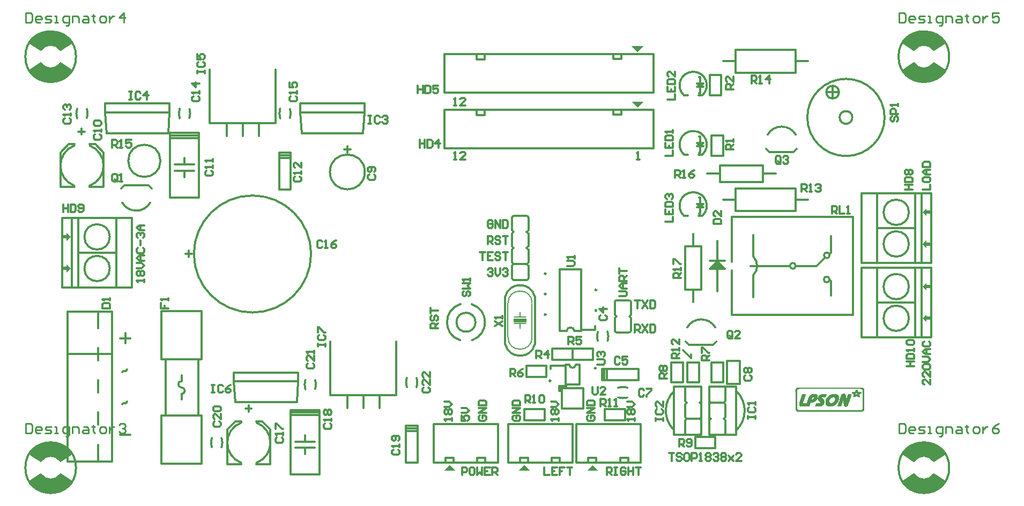
<source format=gto>
G04*
G04 #@! TF.GenerationSoftware,Altium Limited,Altium Designer,21.9.2 (33)*
G04*
G04 Layer_Color=65535*
%FSLAX24Y24*%
%MOIN*%
G70*
G04*
G04 #@! TF.SameCoordinates,D973DA56-E0BB-4DEA-AE19-888B2019222A*
G04*
G04*
G04 #@! TF.FilePolarity,Positive*
G04*
G01*
G75*
%ADD10C,0.0118*%
%ADD11C,0.0070*%
%ADD12C,0.0079*%
%ADD13C,0.0010*%
%ADD14C,0.0100*%
G36*
X12858Y27125D02*
X12608Y26875D01*
Y27025D01*
X12358D01*
Y27225D01*
X12608D01*
Y27375D01*
X12858Y27125D01*
D02*
G37*
G36*
Y25157D02*
X12608Y24906D01*
Y25057D01*
X12358D01*
Y25257D01*
X12608D01*
Y25406D01*
X12858Y25157D01*
D02*
G37*
G36*
X36441Y12916D02*
X36791Y12566D01*
X36081D01*
X36441Y12926D01*
Y12916D01*
D02*
G37*
G36*
X40706Y12566D02*
X41416D01*
X41066Y12916D01*
Y12926D01*
X40706Y12566D01*
D02*
G37*
G36*
X44956D02*
X45666D01*
X45316Y12916D01*
Y12926D01*
X44956Y12566D01*
D02*
G37*
G36*
X41197Y21807D02*
X40407D01*
Y22037D01*
X41197D01*
Y21807D01*
D02*
G37*
G36*
X48092Y38635D02*
Y38645D01*
X47742Y38995D01*
X48452D01*
X48092Y38635D01*
D02*
G37*
G36*
Y35185D02*
Y35195D01*
X47742Y35545D01*
X48452D01*
X48092Y35185D01*
D02*
G37*
G36*
X66078Y28755D02*
X66328D01*
Y28555D01*
X66078D01*
Y28405D01*
X65828Y28655D01*
X66078Y28905D01*
Y28755D01*
D02*
G37*
G36*
Y26786D02*
X66328D01*
Y26586D01*
X66078D01*
Y26436D01*
X65828Y26686D01*
X66078Y26936D01*
Y26786D01*
D02*
G37*
G36*
X53526Y25150D02*
Y25138D01*
X52585D01*
X53061Y25614D01*
X53526Y25150D01*
D02*
G37*
G36*
X66078Y24130D02*
X66328D01*
Y23930D01*
X66078D01*
Y23780D01*
X65828Y24030D01*
X66078Y24280D01*
Y24130D01*
D02*
G37*
G36*
Y22161D02*
X66328D01*
Y21961D01*
X66078D01*
Y21811D01*
X65828Y22061D01*
X66078Y22311D01*
Y22161D01*
D02*
G37*
D10*
X64956Y12123D02*
G03*
X66855Y12123I950J633D01*
G01*
X64792Y12013D02*
G03*
X67019Y12013I1114J743D01*
G01*
X64759Y11992D02*
G03*
X67052Y11992I1147J764D01*
G01*
X64726Y11970D02*
G03*
X67085Y11970I1179J786D01*
G01*
X64693Y11948D02*
G03*
X67118Y11948I1212J808D01*
G01*
X64661Y11926D02*
G03*
X67150Y11926I1245J830D01*
G01*
X64825Y12035D02*
G03*
X66987Y12035I1081J721D01*
G01*
X64857Y12057D02*
G03*
X66954Y12057I1048J699D01*
G01*
X64890Y12079D02*
G03*
X66921Y12079I1015J677D01*
G01*
X64923Y12101D02*
G03*
X66888Y12101I983J655D01*
G01*
X64956Y12123D02*
G03*
X66855Y12123I950J633D01*
G01*
X64988Y12144D02*
G03*
X66823Y12144I917J611D01*
G01*
X65021Y12166D02*
G03*
X66790Y12166I884J590D01*
G01*
X65054Y12188D02*
G03*
X66757Y12188I852J568D01*
G01*
X65087Y12210D02*
G03*
X66724Y12210I819J546D01*
G01*
X65087D02*
G03*
X66724Y12210I819J546D01*
G01*
X65119Y12232D02*
G03*
X66692Y12232I786J524D01*
G01*
X65152Y12254D02*
G03*
X66659Y12254I753J502D01*
G01*
X65152D02*
G03*
X66659Y12254I753J502D01*
G01*
X65185Y12275D02*
G03*
X66626Y12275I721J480D01*
G01*
X65218Y12297D02*
G03*
X66593Y12297I688J459D01*
G01*
X65250Y12319D02*
G03*
X66561Y12319I655J437D01*
G01*
X65283Y12341D02*
G03*
X66528Y12341I622J415D01*
G01*
Y13171D02*
G03*
X65283Y13171I-622J-415D01*
G01*
X66561Y13193D02*
G03*
X65250Y13193I-655J-437D01*
G01*
X66593Y13215D02*
G03*
X65218Y13215I-688J-459D01*
G01*
X66626Y13236D02*
G03*
X65185Y13236I-721J-480D01*
G01*
X66659Y13258D02*
G03*
X65152Y13258I-753J-502D01*
G01*
X66659D02*
G03*
X65152Y13258I-753J-502D01*
G01*
X66692Y13280D02*
G03*
X65119Y13280I-786J-524D01*
G01*
X66724Y13302D02*
G03*
X65087Y13302I-819J-546D01*
G01*
X66724D02*
G03*
X65087Y13302I-819J-546D01*
G01*
X66757Y13324D02*
G03*
X65054Y13324I-852J-568D01*
G01*
X66790Y13346D02*
G03*
X65021Y13346I-884J-590D01*
G01*
X66823Y13367D02*
G03*
X64988Y13367I-917J-611D01*
G01*
X66855Y13389D02*
G03*
X64956Y13389I-950J-633D01*
G01*
X66888Y13411D02*
G03*
X64923Y13411I-983J-655D01*
G01*
X66921Y13433D02*
G03*
X64890Y13433I-1015J-677D01*
G01*
X66954Y13455D02*
G03*
X64857Y13455I-1048J-699D01*
G01*
X66987Y13477D02*
G03*
X64825Y13477I-1081J-721D01*
G01*
X67480Y12756D02*
G03*
X67480Y12756I-1575J0D01*
G01*
X67150Y13586D02*
G03*
X64661Y13586I-1245J-830D01*
G01*
X67118Y13564D02*
G03*
X64693Y13564I-1212J-808D01*
G01*
X67085Y13542D02*
G03*
X64726Y13542I-1179J-786D01*
G01*
X67052Y13520D02*
G03*
X64759Y13520I-1147J-764D01*
G01*
X67019Y13498D02*
G03*
X64792Y13498I-1114J-743D01*
G01*
X66855Y13389D02*
G03*
X64956Y13389I-950J-633D01*
G01*
Y37713D02*
G03*
X66855Y37713I950J633D01*
G01*
X64792Y37604D02*
G03*
X67019Y37604I1114J743D01*
G01*
X64759Y37582D02*
G03*
X67052Y37582I1147J764D01*
G01*
X64726Y37560D02*
G03*
X67085Y37560I1179J786D01*
G01*
X64693Y37538D02*
G03*
X67118Y37538I1212J808D01*
G01*
X64661Y37517D02*
G03*
X67150Y37517I1245J830D01*
G01*
X64825Y37626D02*
G03*
X66987Y37626I1081J721D01*
G01*
X64857Y37648D02*
G03*
X66954Y37648I1048J699D01*
G01*
X64890Y37669D02*
G03*
X66921Y37669I1015J677D01*
G01*
X64923Y37691D02*
G03*
X66888Y37691I983J655D01*
G01*
X64956Y37713D02*
G03*
X66855Y37713I950J633D01*
G01*
X64988Y37735D02*
G03*
X66823Y37735I917J611D01*
G01*
X65021Y37757D02*
G03*
X66790Y37757I884J590D01*
G01*
X65054Y37779D02*
G03*
X66757Y37779I852J568D01*
G01*
X65087Y37800D02*
G03*
X66724Y37800I819J546D01*
G01*
X65087D02*
G03*
X66724Y37800I819J546D01*
G01*
X65119Y37822D02*
G03*
X66692Y37822I786J524D01*
G01*
X65152Y37844D02*
G03*
X66659Y37844I753J502D01*
G01*
X65152D02*
G03*
X66659Y37844I753J502D01*
G01*
X65185Y37866D02*
G03*
X66626Y37866I721J480D01*
G01*
X65218Y37888D02*
G03*
X66593Y37888I688J459D01*
G01*
X65250Y37910D02*
G03*
X66561Y37910I655J437D01*
G01*
X65283Y37932D02*
G03*
X66528Y37932I622J415D01*
G01*
Y38761D02*
G03*
X65283Y38761I-622J-415D01*
G01*
X66561Y38783D02*
G03*
X65250Y38783I-655J-437D01*
G01*
X66593Y38805D02*
G03*
X65218Y38805I-688J-459D01*
G01*
X66626Y38827D02*
G03*
X65185Y38827I-721J-480D01*
G01*
X66659Y38849D02*
G03*
X65152Y38849I-753J-502D01*
G01*
X66659D02*
G03*
X65152Y38849I-753J-502D01*
G01*
X66692Y38871D02*
G03*
X65119Y38871I-786J-524D01*
G01*
X66724Y38892D02*
G03*
X65087Y38892I-819J-546D01*
G01*
X66724D02*
G03*
X65087Y38892I-819J-546D01*
G01*
X66757Y38914D02*
G03*
X65054Y38914I-852J-568D01*
G01*
X66790Y38936D02*
G03*
X65021Y38936I-884J-590D01*
G01*
X66823Y38958D02*
G03*
X64988Y38958I-917J-611D01*
G01*
X66855Y38980D02*
G03*
X64956Y38980I-950J-633D01*
G01*
X66888Y39002D02*
G03*
X64923Y39002I-983J-655D01*
G01*
X66921Y39023D02*
G03*
X64890Y39023I-1015J-677D01*
G01*
X66954Y39045D02*
G03*
X64857Y39045I-1048J-699D01*
G01*
X66987Y39067D02*
G03*
X64825Y39067I-1081J-721D01*
G01*
X67480Y38346D02*
G03*
X67480Y38346I-1575J0D01*
G01*
X67150Y39176D02*
G03*
X64661Y39176I-1245J-830D01*
G01*
X67118Y39154D02*
G03*
X64693Y39154I-1212J-808D01*
G01*
X67085Y39133D02*
G03*
X64726Y39133I-1179J-786D01*
G01*
X67052Y39111D02*
G03*
X64759Y39111I-1147J-764D01*
G01*
X67019Y39089D02*
G03*
X64792Y39089I-1114J-743D01*
G01*
X66855Y38980D02*
G03*
X64956Y38980I-950J-633D01*
G01*
X10664Y37713D02*
G03*
X12564Y37713I950J633D01*
G01*
X10500Y37604D02*
G03*
X12728Y37604I1114J743D01*
G01*
X10468Y37582D02*
G03*
X12761Y37582I1147J764D01*
G01*
X10435Y37560D02*
G03*
X12793Y37560I1179J786D01*
G01*
X10402Y37538D02*
G03*
X12826Y37538I1212J808D01*
G01*
X10369Y37517D02*
G03*
X12859Y37517I1245J830D01*
G01*
X10533Y37626D02*
G03*
X12695Y37626I1081J721D01*
G01*
X10566Y37648D02*
G03*
X12662Y37648I1048J699D01*
G01*
X10599Y37669D02*
G03*
X12630Y37669I1015J677D01*
G01*
X10631Y37691D02*
G03*
X12597Y37691I983J655D01*
G01*
X10664Y37713D02*
G03*
X12564Y37713I950J633D01*
G01*
X10697Y37735D02*
G03*
X12531Y37735I917J611D01*
G01*
X10730Y37757D02*
G03*
X12499Y37757I884J590D01*
G01*
X10762Y37779D02*
G03*
X12466Y37779I852J568D01*
G01*
X10795Y37800D02*
G03*
X12433Y37800I819J546D01*
G01*
X10795D02*
G03*
X12433Y37800I819J546D01*
G01*
X10828Y37822D02*
G03*
X12400Y37822I786J524D01*
G01*
X10861Y37844D02*
G03*
X12368Y37844I753J502D01*
G01*
X10861D02*
G03*
X12368Y37844I753J502D01*
G01*
X10893Y37866D02*
G03*
X12335Y37866I721J480D01*
G01*
X10926Y37888D02*
G03*
X12302Y37888I688J459D01*
G01*
X10959Y37910D02*
G03*
X12269Y37910I655J437D01*
G01*
X10992Y37932D02*
G03*
X12237Y37932I622J415D01*
G01*
Y38761D02*
G03*
X10992Y38761I-622J-415D01*
G01*
X12269Y38783D02*
G03*
X10959Y38783I-655J-437D01*
G01*
X12302Y38805D02*
G03*
X10926Y38805I-688J-459D01*
G01*
X12335Y38827D02*
G03*
X10893Y38827I-721J-480D01*
G01*
X12368Y38849D02*
G03*
X10861Y38849I-753J-502D01*
G01*
X12368D02*
G03*
X10861Y38849I-753J-502D01*
G01*
X12400Y38871D02*
G03*
X10828Y38871I-786J-524D01*
G01*
X12433Y38892D02*
G03*
X10795Y38892I-819J-546D01*
G01*
X12433D02*
G03*
X10795Y38892I-819J-546D01*
G01*
X12466Y38914D02*
G03*
X10762Y38914I-852J-568D01*
G01*
X12499Y38936D02*
G03*
X10730Y38936I-884J-590D01*
G01*
X12531Y38958D02*
G03*
X10697Y38958I-917J-611D01*
G01*
X12564Y38980D02*
G03*
X10664Y38980I-950J-633D01*
G01*
X12597Y39002D02*
G03*
X10631Y39002I-983J-655D01*
G01*
X12630Y39023D02*
G03*
X10599Y39023I-1015J-677D01*
G01*
X12662Y39045D02*
G03*
X10566Y39045I-1048J-699D01*
G01*
X12695Y39067D02*
G03*
X10533Y39067I-1081J-721D01*
G01*
X13189Y38346D02*
G03*
X13189Y38346I-1575J0D01*
G01*
X12859Y39176D02*
G03*
X10369Y39176I-1245J-830D01*
G01*
X12826Y39154D02*
G03*
X10402Y39154I-1212J-808D01*
G01*
X12793Y39133D02*
G03*
X10435Y39133I-1179J-786D01*
G01*
X12761Y39111D02*
G03*
X10468Y39111I-1147J-764D01*
G01*
X12728Y39089D02*
G03*
X10500Y39089I-1114J-743D01*
G01*
X12564Y38980D02*
G03*
X10664Y38980I-950J-633D01*
G01*
Y12123D02*
G03*
X12564Y12123I950J633D01*
G01*
X10500Y12013D02*
G03*
X12728Y12013I1114J743D01*
G01*
X10468Y11992D02*
G03*
X12761Y11992I1147J764D01*
G01*
X10435Y11970D02*
G03*
X12793Y11970I1179J786D01*
G01*
X10402Y11948D02*
G03*
X12826Y11948I1212J808D01*
G01*
X10369Y11926D02*
G03*
X12859Y11926I1245J830D01*
G01*
X10533Y12035D02*
G03*
X12695Y12035I1081J721D01*
G01*
X10566Y12057D02*
G03*
X12662Y12057I1048J699D01*
G01*
X10599Y12079D02*
G03*
X12630Y12079I1015J677D01*
G01*
X10631Y12101D02*
G03*
X12597Y12101I983J655D01*
G01*
X10664Y12123D02*
G03*
X12564Y12123I950J633D01*
G01*
X10697Y12144D02*
G03*
X12531Y12144I917J611D01*
G01*
X10730Y12166D02*
G03*
X12499Y12166I884J590D01*
G01*
X10762Y12188D02*
G03*
X12466Y12188I852J568D01*
G01*
X10795Y12210D02*
G03*
X12433Y12210I819J546D01*
G01*
X10795D02*
G03*
X12433Y12210I819J546D01*
G01*
X10828Y12232D02*
G03*
X12400Y12232I786J524D01*
G01*
X10861Y12254D02*
G03*
X12368Y12254I753J502D01*
G01*
X10861D02*
G03*
X12368Y12254I753J502D01*
G01*
X10893Y12275D02*
G03*
X12335Y12275I721J480D01*
G01*
X10926Y12297D02*
G03*
X12302Y12297I688J459D01*
G01*
X10959Y12319D02*
G03*
X12269Y12319I655J437D01*
G01*
X10992Y12341D02*
G03*
X12237Y12341I622J415D01*
G01*
Y13171D02*
G03*
X10992Y13171I-622J-415D01*
G01*
X12269Y13193D02*
G03*
X10959Y13193I-655J-437D01*
G01*
X12302Y13215D02*
G03*
X10926Y13215I-688J-459D01*
G01*
X12335Y13236D02*
G03*
X10893Y13236I-721J-480D01*
G01*
X12368Y13258D02*
G03*
X10861Y13258I-753J-502D01*
G01*
X12368D02*
G03*
X10861Y13258I-753J-502D01*
G01*
X12400Y13280D02*
G03*
X10828Y13280I-786J-524D01*
G01*
X12433Y13302D02*
G03*
X10795Y13302I-819J-546D01*
G01*
X12433D02*
G03*
X10795Y13302I-819J-546D01*
G01*
X12466Y13324D02*
G03*
X10762Y13324I-852J-568D01*
G01*
X12499Y13346D02*
G03*
X10730Y13346I-884J-590D01*
G01*
X12531Y13367D02*
G03*
X10697Y13367I-917J-611D01*
G01*
X12564Y13389D02*
G03*
X10664Y13389I-950J-633D01*
G01*
X12597Y13411D02*
G03*
X10631Y13411I-983J-655D01*
G01*
X12630Y13433D02*
G03*
X10599Y13433I-1015J-677D01*
G01*
X12662Y13455D02*
G03*
X10566Y13455I-1048J-699D01*
G01*
X12695Y13477D02*
G03*
X10533Y13477I-1081J-721D01*
G01*
X13189Y12756D02*
G03*
X13189Y12756I-1575J0D01*
G01*
X12859Y13586D02*
G03*
X10369Y13586I-1245J-830D01*
G01*
X12826Y13564D02*
G03*
X10402Y13564I-1212J-808D01*
G01*
X12793Y13542D02*
G03*
X10435Y13542I-1179J-786D01*
G01*
X12761Y13520D02*
G03*
X10468Y13520I-1147J-764D01*
G01*
X12728Y13498D02*
G03*
X10500Y13498I-1114J-743D01*
G01*
X12564Y13389D02*
G03*
X10664Y13389I-950J-633D01*
G01*
X19750Y18150D02*
G03*
X19750Y17750I0J-200D01*
G01*
Y17350D02*
G03*
X19750Y17750I0J200D01*
G01*
X47474Y17742D02*
G03*
X46887Y17738I-288J-899D01*
G01*
X46899Y17130D02*
G03*
X47471Y17129I287J899D01*
G01*
X13256Y35099D02*
G03*
X13259Y34512I899J-288D01*
G01*
X13867Y34524D02*
G03*
X13868Y35096I-899J287D01*
G01*
X19631Y35099D02*
G03*
X19634Y34512I899J-288D01*
G01*
X20242Y34524D02*
G03*
X20243Y35096I-899J287D01*
G01*
X25881Y35099D02*
G03*
X25884Y34512I899J-288D01*
G01*
X26492Y34524D02*
G03*
X26493Y35096I-899J287D01*
G01*
X23466Y15564D02*
G03*
X23453Y13063I470J-1253D01*
G01*
X24406Y13058D02*
G03*
X24419Y15559I-470J1253D01*
G01*
X22242Y14023D02*
G03*
X22238Y14610I-899J288D01*
G01*
X21630Y14598D02*
G03*
X21629Y14026I899J-287D01*
G01*
X27449Y18224D02*
G03*
X27453Y17637I899J-288D01*
G01*
X28061Y17649D02*
G03*
X28062Y18221I-899J287D01*
G01*
X33756Y18349D02*
G03*
X33759Y17762I899J-288D01*
G01*
X34367Y17774D02*
G03*
X34368Y18346I-899J287D01*
G01*
X15287Y25157D02*
G03*
X15287Y25157I-787J0D01*
G01*
Y27125D02*
G03*
X15287Y27125I-787J0D01*
G01*
X64973Y24030D02*
G03*
X64973Y24030I-787J0D01*
G01*
Y22061D02*
G03*
X64973Y22061I-787J0D01*
G01*
X50376Y17531D02*
G03*
X50342Y15125I1185J-1220D01*
G01*
X51057Y14921D02*
G03*
X51167Y14811I110J0D01*
G01*
X51955Y14811D02*
G03*
X52065Y14921I0J110D01*
G01*
X51167Y17811D02*
G03*
X51057Y17717I-8J-102D01*
G01*
X52065D02*
G03*
X51955Y17811I-102J-8D01*
G01*
X52127Y35932D02*
G03*
X50995Y35932I-566J630D01*
G01*
X52127Y28432D02*
G03*
X50995Y28432I-566J630D01*
G01*
X57935Y33486D02*
G03*
X56190Y33484I-872J-498D01*
G01*
X52935Y21486D02*
G03*
X51190Y21484I-872J-498D01*
G01*
X45508Y18955D02*
G03*
X45508Y18955I-39J0D01*
G01*
X42693Y18167D02*
G03*
X42693Y18167I-39J0D01*
G01*
X43864Y19171D02*
G03*
X44258Y19171I197J0D01*
G01*
X38027Y21811D02*
G03*
X38027Y21811I-591J0D01*
G01*
X37097Y22942D02*
G03*
X37078Y20686I339J-1131D01*
G01*
X37810Y20691D02*
G03*
X37792Y22937I-373J1120D01*
G01*
X13091Y32814D02*
G03*
X13078Y30313I470J-1253D01*
G01*
X14031Y30308D02*
G03*
X14044Y32809I-470J1253D01*
G01*
X31144Y31167D02*
G03*
X31144Y31167I-1083J0D01*
G01*
X27804Y26061D02*
G03*
X27804Y26061I-3642J0D01*
G01*
X39873Y20452D02*
G03*
X41721Y20452I924J220D01*
G01*
Y23392D02*
G03*
X39873Y23392I-924J-220D01*
G01*
X64973Y28655D02*
G03*
X64973Y28655I-787J0D01*
G01*
Y26686D02*
G03*
X64973Y26686I-787J0D01*
G01*
X47690Y23076D02*
G03*
X47580Y23186I-110J0D01*
G01*
X46792Y23186D02*
G03*
X46682Y23076I0J-110D01*
G01*
X47580Y21186D02*
G03*
X47690Y21281I8J102D01*
G01*
X46682D02*
G03*
X46792Y21186I102J8D01*
G01*
X40307Y24531D02*
G03*
X40417Y24436I102J8D01*
G01*
X41205Y24436D02*
G03*
X41315Y24531I8J102D01*
G01*
X40417Y28436D02*
G03*
X40307Y28326I0J-110D01*
G01*
X41315D02*
G03*
X41205Y28436I-110J0D01*
G01*
X16062Y29261D02*
G03*
X17807Y29263I872J498D01*
G01*
X52127Y32244D02*
G03*
X50995Y32244I-566J630D01*
G01*
X42401Y22290D02*
G03*
X42401Y22290I-39J0D01*
G01*
Y23570D02*
G03*
X42401Y23570I-39J0D01*
G01*
Y24849D02*
G03*
X42401Y24849I-39J0D01*
G01*
X45550Y23826D02*
G03*
X45550Y23826I-39J0D01*
G01*
Y22546D02*
G03*
X45550Y22546I-39J0D01*
G01*
X44172Y21257D02*
G03*
X43700Y21257I-236J0D01*
G01*
X18436Y31861D02*
G03*
X18436Y31861I-1000J0D01*
G01*
X60036Y24471D02*
G03*
X60036Y24471I-178J0D01*
G01*
X60046Y25981D02*
G03*
X60046Y25981I-178J0D01*
G01*
X57936Y25321D02*
G03*
X57936Y25321I-178J0D01*
G01*
X55294Y24731D02*
G03*
X55304Y25891I-575J585D01*
G01*
X60628Y36136D02*
G03*
X60628Y36136I-394J0D01*
G01*
X63463Y34561D02*
G03*
X63463Y34561I-2402J0D01*
G01*
X61455D02*
G03*
X61455Y34561I-394J0D01*
G01*
X54246Y15091D02*
G03*
X54280Y17497I-1185J1220D01*
G01*
X53565Y17701D02*
G03*
X53455Y17811I-110J0D01*
G01*
X52667Y17811D02*
G03*
X52557Y17701I0J-110D01*
G01*
X53455Y14811D02*
G03*
X53565Y14906I8J102D01*
G01*
X52557D02*
G03*
X52667Y14811I102J8D01*
G01*
X46242Y20648D02*
G03*
X46238Y21235I-899J288D01*
G01*
X45630Y21223D02*
G03*
X45629Y20651I899J-287D01*
G01*
X38097Y38170D02*
Y38470D01*
Y38170D02*
X38597D01*
Y38470D01*
X46607Y38190D02*
Y38490D01*
Y38190D02*
X47107D01*
Y38490D01*
X36097Y36100D02*
X49097D01*
X36097Y37500D02*
Y38500D01*
X49097D01*
Y36100D02*
Y38500D01*
X36097Y36100D02*
Y37500D01*
X19750Y17000D02*
Y17350D01*
Y18150D02*
Y18500D01*
X18500Y16000D02*
X21000D01*
X18500Y13000D02*
Y16000D01*
X21000Y13000D02*
Y16000D01*
X20800D02*
Y19500D01*
X18500Y13000D02*
X21000D01*
X18500Y22500D02*
X21000D01*
X18500Y19500D02*
X21000D01*
Y22500D01*
X18500Y19500D02*
Y22500D01*
X18750Y16000D02*
Y19500D01*
X38097Y34720D02*
Y35020D01*
Y34720D02*
X38597D01*
Y35020D01*
X46607Y34740D02*
Y35040D01*
Y34740D02*
X47107D01*
Y35040D01*
X36097Y32650D02*
X49097D01*
X36097Y34050D02*
Y35050D01*
X49097D01*
Y32650D02*
Y35050D01*
X36097Y32650D02*
Y34050D01*
X50936Y20061D02*
X51436Y19561D01*
Y19811D01*
X15936Y20811D02*
X16561D01*
X16249Y20499D02*
Y21124D01*
X15936Y14811D02*
X16561D01*
X53648Y17977D02*
Y19395D01*
X54474D01*
Y17977D02*
Y19395D01*
X53648Y17977D02*
X54474D01*
X25832Y32045D02*
X26540D01*
Y30077D02*
Y32045D01*
X25832Y30077D02*
X26540D01*
X25832D02*
Y32045D01*
X26540D01*
X25832Y32203D02*
X26540D01*
X25832Y32360D02*
X26540D01*
Y32045D02*
Y32360D01*
X25832Y32045D02*
Y32360D01*
X24408Y12972D02*
X25275D01*
X22597D02*
X23464D01*
X24408Y15650D02*
X24763D01*
X23109D02*
X23464D01*
X22597Y12972D02*
Y15138D01*
X23109Y15650D01*
X25275Y12972D02*
Y15138D01*
X24763Y15650D02*
X25275Y15138D01*
X27436Y13595D02*
Y13989D01*
Y14383D02*
Y14777D01*
X26845Y13989D02*
X28027D01*
X26845Y14383D02*
X28027D01*
X26531Y16036D02*
Y16351D01*
X28342Y16036D02*
Y16351D01*
X26531Y16036D02*
X28342D01*
Y12336D02*
Y16036D01*
X26531Y16351D02*
X28342D01*
X26531Y16194D02*
X28342D01*
X26531Y12336D02*
X28342D01*
X26531D02*
Y16036D01*
X33707Y15045D02*
X34415D01*
Y13077D02*
Y15045D01*
X33707Y13077D02*
X34415D01*
X33707D02*
Y15045D01*
X34415D01*
X33707Y15203D02*
X34415D01*
X33707Y15360D02*
X34415D01*
Y15045D02*
Y15360D01*
X33707Y15045D02*
Y15360D01*
X43271Y13061D02*
Y13361D01*
X42771D02*
X43271D01*
X42771Y13061D02*
Y13361D01*
X41281Y13071D02*
Y13371D01*
X40781D02*
X41281D01*
X40781Y13071D02*
Y13371D01*
X44061Y14061D02*
Y15461D01*
X40061Y13061D02*
Y15461D01*
Y13061D02*
X44061D01*
Y14061D01*
X40061Y15461D02*
X44061D01*
X47521Y13061D02*
Y13361D01*
X47021D02*
X47521D01*
X47021Y13061D02*
Y13361D01*
X45531Y13071D02*
Y13371D01*
X45031D02*
X45531D01*
X45031Y13071D02*
Y13371D01*
X48311Y14061D02*
Y15461D01*
X44311Y13061D02*
Y15461D01*
Y13061D02*
X48311D01*
Y14061D01*
X44311Y15461D02*
X48311D01*
X12335Y28306D02*
X16665D01*
Y23975D02*
Y28306D01*
X12335Y23975D02*
X16665D01*
X12335D02*
Y28306D01*
X12925Y23975D02*
Y28306D01*
X13319Y23975D02*
Y28306D01*
X15681Y23975D02*
Y28306D01*
X13319Y26141D02*
X15681D01*
X62021Y20880D02*
X66351D01*
X62021D02*
Y25211D01*
X66351D01*
Y20880D02*
Y25211D01*
X65761Y20880D02*
Y25211D01*
X65367Y20880D02*
Y25211D01*
X63005Y20880D02*
Y25211D01*
Y23045D02*
X65367D01*
X52073Y14811D02*
Y17811D01*
X50380Y14811D02*
Y17811D01*
X52073Y14811D02*
Y17811D01*
X50380Y14811D02*
X52073D01*
X50380Y17811D02*
X52073D01*
X51961Y15811D02*
X52061Y15911D01*
X51961Y15811D02*
X52061Y15711D01*
X51057D02*
X51157Y15811D01*
X51161D01*
X51061Y15911D02*
X51161Y15811D01*
X52065Y14911D02*
Y15711D01*
X51057Y14911D02*
Y15711D01*
X51167Y14811D02*
X51955D01*
X51167Y17811D02*
X51955D01*
X52065Y16911D02*
Y17717D01*
X51057Y16915D02*
Y17717D01*
X52061Y14911D02*
X52065D01*
X51057D02*
X51061D01*
X51961Y16811D02*
X52061Y16911D01*
X51961Y16811D02*
X52061Y16711D01*
X51057Y16911D02*
X51061D01*
X51161Y16811D01*
X51157D02*
X51161D01*
X51057Y16711D02*
X51157Y16811D01*
X52065Y15911D02*
Y16711D01*
X51057Y16915D02*
X51061Y16911D01*
X51057Y15911D02*
Y16711D01*
X51161Y15811D02*
X51961D01*
X32061Y16487D02*
Y17263D01*
X31061Y16487D02*
Y17263D01*
X30061Y16487D02*
Y17263D01*
X29012D02*
Y20611D01*
X33110Y17263D02*
Y20611D01*
X29012Y17263D02*
X33110D01*
X51901Y35931D02*
X52127D01*
X50995D02*
X51221D01*
X51920Y36541D02*
X51950Y36511D01*
X51890Y36571D02*
X51920Y36541D01*
X51830Y36631D02*
X51860Y36601D01*
X51800Y36661D02*
X51830Y36631D01*
X51950Y36511D02*
X52050D01*
X51920Y36541D02*
X52080D01*
X51890Y36571D02*
X52110D01*
X51860Y36601D02*
X52140D01*
X51830Y36631D02*
X52170D01*
X52000Y36661D02*
Y37061D01*
X51931Y36061D02*
X52000D01*
Y36161D01*
Y36461D01*
X51800D02*
X52200D01*
X51800Y36661D02*
X52000Y36461D01*
X52200Y36661D01*
X51800D02*
X52200D01*
X51931Y37061D02*
X52000D01*
X51901Y28431D02*
X52127D01*
X50995D02*
X51221D01*
X51920Y29041D02*
X51950Y29011D01*
X51890Y29071D02*
X51920Y29041D01*
X51830Y29131D02*
X51860Y29101D01*
X51800Y29161D02*
X51830Y29131D01*
X51950Y29011D02*
X52050D01*
X51920Y29041D02*
X52080D01*
X51890Y29071D02*
X52110D01*
X51860Y29101D02*
X52140D01*
X51830Y29131D02*
X52170D01*
X52000Y29161D02*
Y29561D01*
X51931Y28561D02*
X52000D01*
Y28661D01*
Y28961D01*
X51800D02*
X52200D01*
X51800Y29161D02*
X52000Y28961D01*
X52200Y29161D01*
X51800D02*
X52200D01*
X51931Y29561D02*
X52000D01*
X57811Y32411D02*
X58011Y32611D01*
X56111D02*
X56311Y32411D01*
X57811D01*
X52582Y35931D02*
X53290D01*
X52582D02*
Y37191D01*
X53290D01*
Y35931D02*
Y37191D01*
X42806Y19457D02*
Y20165D01*
X44066D01*
Y19457D02*
Y20165D01*
X42806Y19457D02*
X44066D01*
X45316D02*
Y20165D01*
X44056Y19457D02*
X45316D01*
X44056D02*
Y20165D01*
X45316D01*
X41181Y18394D02*
Y19103D01*
X42441D01*
Y18394D02*
Y19103D01*
X41181Y18394D02*
X42441D01*
X52707Y19316D02*
X53415D01*
Y18056D02*
Y19316D01*
X52707Y18056D02*
X53415D01*
X52707D02*
Y19316D01*
X50207Y18056D02*
X50915D01*
X50207D02*
Y19316D01*
X50915D01*
Y18056D02*
Y19316D01*
X51681Y13957D02*
Y14665D01*
X52941D01*
Y13957D02*
Y14665D01*
X51681Y13957D02*
X52941D01*
X41056Y15707D02*
Y16415D01*
X42316D01*
Y15707D02*
Y16415D01*
X41056Y15707D02*
X42316D01*
X47316D02*
Y16415D01*
X46056Y15707D02*
X47316D01*
X46056D02*
Y16415D01*
X47316D01*
X51207Y19316D02*
X51915D01*
Y18056D02*
Y19316D01*
X51207Y18056D02*
X51915D01*
X51207D02*
Y19316D01*
X54191Y37352D02*
Y38770D01*
X57931D01*
Y37352D02*
Y38770D01*
X54191Y37352D02*
X57931D01*
X53431Y38061D02*
X54191D01*
X57931D02*
X58699D01*
X51049Y23847D02*
X52073D01*
X51049D02*
Y26525D01*
X52073D01*
Y23847D02*
Y26525D01*
X51561Y23056D02*
Y23847D01*
Y26525D02*
Y27316D01*
X53061Y25602D02*
X53526Y25138D01*
X52585D02*
X53526D01*
X52585D02*
X53061Y25614D01*
Y25642D01*
X52585Y25646D02*
X53533D01*
X53061Y23736D02*
Y26886D01*
X52811Y20411D02*
X53011Y20611D01*
X51111D02*
X51311Y20411D01*
X52811D01*
X44494Y17951D02*
Y19171D01*
X43628Y17951D02*
X44494D01*
X43628D02*
Y19171D01*
X43864D01*
X44258D02*
X44494D01*
X42683Y19112D02*
X43628D01*
X42683Y18915D02*
Y19112D01*
X14033Y30222D02*
X14900D01*
X12222D02*
X13089D01*
X14033Y32900D02*
X14388D01*
X12734D02*
X13089D01*
X12222Y30222D02*
Y32388D01*
X12734Y32900D01*
X14900Y30222D02*
Y32388D01*
X14388Y32900D02*
X14900Y32388D01*
X46202Y18207D02*
Y18915D01*
X48170D01*
Y18207D02*
Y18915D01*
X46202Y18207D02*
X48170D01*
X46202D02*
Y18915D01*
X46044Y18207D02*
Y18915D01*
X45887Y18207D02*
Y18915D01*
X46202D01*
X45887Y18207D02*
X46202D01*
X19936Y30845D02*
Y31239D01*
Y31633D02*
Y32027D01*
X19345Y31239D02*
X20527D01*
X19345Y31633D02*
X20527D01*
X19031Y33286D02*
Y33601D01*
X20842Y33286D02*
Y33601D01*
X19031Y33286D02*
X20842D01*
Y29586D02*
Y33286D01*
X19031Y33601D02*
X20842D01*
X19031Y33444D02*
X20842D01*
X19031Y29586D02*
X20842D01*
X19031D02*
Y33286D01*
X57931Y28727D02*
Y30145D01*
X54191Y28727D02*
X57931D01*
X54191D02*
Y30145D01*
X57931D01*
Y29436D02*
X58691D01*
X53423D02*
X54191D01*
X38646Y13061D02*
Y13361D01*
X38146D02*
X38646D01*
X38146Y13061D02*
Y13361D01*
X36656Y13071D02*
Y13371D01*
X36156D02*
X36656D01*
X36156Y13071D02*
Y13371D01*
X39436Y14061D02*
Y15461D01*
X35436Y13061D02*
Y15461D01*
Y13061D02*
X39436D01*
Y14061D01*
X35436Y15461D02*
X39436D01*
X39872Y20452D02*
Y23392D01*
X41722Y20452D02*
Y23392D01*
X62021Y25505D02*
X66351D01*
X62021D02*
Y29836D01*
X66351D01*
Y25505D02*
Y29836D01*
X65761Y25505D02*
Y29836D01*
X65367Y25505D02*
Y29836D01*
X63005Y25505D02*
Y29836D01*
Y27670D02*
X65367D01*
X46686Y22086D02*
X46786Y22186D01*
X46686Y22286D02*
X46786Y22186D01*
X47590D02*
X47690Y22286D01*
X47586Y22186D02*
X47590D01*
X47586D02*
X47686Y22086D01*
X46682Y22286D02*
Y23086D01*
X47690Y22286D02*
Y23086D01*
X46792Y23186D02*
X47580D01*
X46792Y21186D02*
X47580D01*
X46682Y21281D02*
Y22086D01*
X47690Y21281D02*
Y22082D01*
X46682Y23086D02*
X46686D01*
X47686D02*
X47690D01*
X41311Y28336D02*
X41315D01*
X41311Y27336D02*
X41315D01*
X41211Y27436D02*
X41311Y27336D01*
X41211Y27436D02*
X41215D01*
X41315Y26531D02*
Y27332D01*
X41311Y27336D02*
X41315Y27332D01*
X40307Y28336D02*
X40311D01*
Y27336D02*
X40411Y27436D01*
X40307Y26531D02*
Y27336D01*
X41211Y26436D02*
X41311Y26536D01*
X41211Y26436D02*
X41311Y26336D01*
X41315D01*
Y25536D02*
Y26336D01*
X41311Y25336D02*
X41315Y25332D01*
Y24531D02*
Y25332D01*
X40307Y26336D02*
X40311D01*
X40307Y25536D02*
Y26336D01*
X40311Y26536D02*
X40411Y26436D01*
X40311Y26336D02*
X40411Y26436D01*
X40307Y24531D02*
Y25336D01*
X41215Y25436D02*
X41315Y25536D01*
X41211Y25436D02*
X41215D01*
X41211D02*
X41311Y25336D01*
X41315D01*
X40311Y25536D02*
X40411Y25436D01*
X40311Y25336D02*
X40411Y25436D01*
X40417Y24436D02*
X41205D01*
X40417Y28436D02*
X41205D01*
X41315Y27536D02*
Y28336D01*
X40307Y27536D02*
Y28336D01*
X41215Y27436D02*
X41315Y27536D01*
X40311D02*
X40411Y27436D01*
Y25436D02*
X41215D01*
X14561Y15425D02*
Y16189D01*
Y17433D02*
Y18189D01*
Y19441D02*
Y20189D01*
Y13146D02*
Y14165D01*
Y21449D02*
Y22476D01*
X15427Y13146D02*
Y22476D01*
X12671D02*
X15427D01*
X12671Y13146D02*
Y22476D01*
Y13146D02*
X15427D01*
X12671Y19827D02*
X15427D01*
X15986Y30136D02*
X16186Y30336D01*
X17686D02*
X17886Y30136D01*
X16186Y30336D02*
X17686D01*
X51901Y32244D02*
X52127D01*
X50995D02*
X51221D01*
X51920Y32854D02*
X51950Y32824D01*
X51890Y32884D02*
X51920Y32854D01*
X51830Y32944D02*
X51860Y32914D01*
X51800Y32974D02*
X51830Y32944D01*
X51950Y32824D02*
X52050D01*
X51920Y32854D02*
X52080D01*
X51890Y32884D02*
X52110D01*
X51860Y32914D02*
X52140D01*
X51830Y32944D02*
X52170D01*
X52000Y32974D02*
Y33374D01*
X51931Y32374D02*
X52000D01*
Y32474D01*
Y32774D01*
X51800D02*
X52200D01*
X51800Y32974D02*
X52000Y32774D01*
X52200Y32974D01*
X51800D02*
X52200D01*
X51931Y33374D02*
X52000D01*
X24561Y33418D02*
Y34194D01*
X23561Y33418D02*
Y34194D01*
X22561Y33418D02*
Y34194D01*
X21512D02*
Y37542D01*
X25610Y34194D02*
Y37542D01*
X21512Y34194D02*
X25610D01*
X43267Y21257D02*
Y25115D01*
X44605D01*
Y21257D02*
Y25115D01*
X44172Y21257D02*
X44605D01*
X43267D02*
X43700D01*
X44605Y21336D02*
X45471D01*
Y21572D01*
X43313Y17533D02*
Y17770D01*
X43667D01*
Y17691D02*
Y17770D01*
X43234Y17533D02*
X43392D01*
X43234D02*
Y17848D01*
X43667D01*
Y17691D02*
Y17848D01*
X43392Y17691D02*
X44730D01*
X43392Y16431D02*
Y17691D01*
Y16431D02*
X44730D01*
Y17691D01*
X53222Y30549D02*
Y31573D01*
X55900D01*
Y30549D02*
Y31573D01*
X53222Y30549D02*
X55900D01*
X52431Y31061D02*
X53222D01*
X55900D02*
X56691D01*
X52707Y32181D02*
X53415D01*
X52707D02*
Y33441D01*
X53415D01*
Y32181D02*
Y33441D01*
X53965Y28362D02*
X61484D01*
Y22260D02*
Y28362D01*
X53965Y22260D02*
X61484D01*
X60046Y26041D02*
X60146Y26141D01*
X55146Y25311D02*
X57556D01*
X60146Y26141D02*
Y27171D01*
Y23471D02*
Y24361D01*
X60036Y24471D02*
X60146Y24361D01*
X57956Y25321D02*
X59240D01*
X59703Y25784D01*
X55284Y23382D02*
Y24721D01*
X55294Y25901D02*
Y27240D01*
X53965Y22260D02*
Y25035D01*
Y25587D02*
Y28362D01*
X59841Y36136D02*
X60628D01*
X60234Y35742D02*
Y36530D01*
X52549Y14811D02*
Y17811D01*
X54242Y14811D02*
Y17811D01*
X52549Y14811D02*
Y17811D01*
X54242D01*
X52549Y14811D02*
X54242D01*
X52561Y16711D02*
X52661Y16811D01*
X52561Y16911D02*
X52661Y16811D01*
X53465D02*
X53565Y16911D01*
X53461Y16811D02*
X53465D01*
X53461D02*
X53561Y16711D01*
X52557Y16911D02*
Y17711D01*
X53565Y16911D02*
Y17711D01*
X52667Y17811D02*
X53455D01*
X52667Y14811D02*
X53455D01*
X52557Y14906D02*
Y15711D01*
X53565Y14906D02*
Y15707D01*
X52557Y17711D02*
X52561D01*
X53561D02*
X53565D01*
X52561Y15711D02*
X52661Y15811D01*
X52561Y15911D02*
X52661Y15811D01*
X53561Y15711D02*
X53565D01*
X53461Y15811D02*
X53561Y15711D01*
X53461Y15811D02*
X53465D01*
X53565Y15911D01*
X52557D02*
Y16711D01*
X53561Y15711D02*
X53565Y15707D01*
Y15911D02*
Y16711D01*
X52661Y16811D02*
X53461D01*
X27122Y34882D02*
X31138D01*
X31039Y33583D02*
X31138Y34882D01*
X27220Y33583D02*
X31039D01*
X27122Y35433D02*
X31138D01*
X27122Y34882D02*
X27220Y33583D01*
X27122Y34882D02*
Y35433D01*
X31138Y34882D02*
Y35433D01*
X14997Y34882D02*
X19013D01*
X18914Y33583D02*
X19013Y34882D01*
X15095Y33583D02*
X18914D01*
X14997Y35433D02*
X19013D01*
X14997Y34882D02*
X15095Y33583D01*
X14997Y34882D02*
Y35433D01*
X19013Y34882D02*
Y35433D01*
X22997Y18132D02*
X27013D01*
X26914Y16833D02*
X27013Y18132D01*
X23095Y16833D02*
X26914D01*
X22997Y18683D02*
X27013D01*
X22997Y18132D02*
X23095Y16833D01*
X22997Y18132D02*
Y18683D01*
X27013Y18132D02*
Y18683D01*
X46964Y23436D02*
X47357D01*
X47436Y23515D01*
Y23672D01*
X47357Y23751D01*
X46964D01*
X47436Y23908D02*
X47121D01*
X46964Y24066D01*
X47121Y24223D01*
X47436D01*
X47200D01*
Y23908D01*
X47436Y24381D02*
X46964D01*
Y24617D01*
X47042Y24695D01*
X47200D01*
X47279Y24617D01*
Y24381D01*
Y24538D02*
X47436Y24695D01*
X46964Y24853D02*
Y25168D01*
Y25010D01*
X47436D01*
X66311Y18251D02*
Y17936D01*
X65996Y18251D01*
X65917D01*
X65839Y18172D01*
Y18015D01*
X65917Y17936D01*
X66311Y18723D02*
Y18408D01*
X65996Y18723D01*
X65917D01*
X65839Y18644D01*
Y18487D01*
X65917Y18408D01*
Y18881D02*
X65839Y18959D01*
Y19117D01*
X65917Y19195D01*
X66232D01*
X66311Y19117D01*
Y18959D01*
X66232Y18881D01*
X65917D01*
X65839Y19353D02*
X66154D01*
X66311Y19510D01*
X66154Y19668D01*
X65839D01*
X66311Y19825D02*
X65996D01*
X65839Y19983D01*
X65996Y20140D01*
X66311D01*
X66075D01*
Y19825D01*
X65917Y20612D02*
X65839Y20534D01*
Y20376D01*
X65917Y20297D01*
X66232D01*
X66311Y20376D01*
Y20534D01*
X66232Y20612D01*
X65839Y30061D02*
X66311D01*
Y30376D01*
X65839Y30769D02*
Y30612D01*
X65917Y30533D01*
X66232D01*
X66311Y30612D01*
Y30769D01*
X66232Y30848D01*
X65917D01*
X65839Y30769D01*
X66311Y31006D02*
X65996D01*
X65839Y31163D01*
X65996Y31320D01*
X66311D01*
X66075D01*
Y31006D01*
X65839Y31478D02*
X66311D01*
Y31714D01*
X66232Y31793D01*
X65917D01*
X65839Y31714D01*
Y31478D01*
X50061Y13658D02*
X50376D01*
X50218D01*
Y13186D01*
X50848Y13580D02*
X50769Y13658D01*
X50612D01*
X50533Y13580D01*
Y13501D01*
X50612Y13422D01*
X50769D01*
X50848Y13343D01*
Y13265D01*
X50769Y13186D01*
X50612D01*
X50533Y13265D01*
X51242Y13658D02*
X51084D01*
X51006Y13580D01*
Y13265D01*
X51084Y13186D01*
X51242D01*
X51320Y13265D01*
Y13580D01*
X51242Y13658D01*
X51478Y13186D02*
Y13658D01*
X51714D01*
X51793Y13580D01*
Y13422D01*
X51714Y13343D01*
X51478D01*
X51950Y13186D02*
X52108D01*
X52029D01*
Y13658D01*
X51950Y13580D01*
X52344D02*
X52422Y13658D01*
X52580D01*
X52659Y13580D01*
Y13501D01*
X52580Y13422D01*
X52659Y13343D01*
Y13265D01*
X52580Y13186D01*
X52422D01*
X52344Y13265D01*
Y13343D01*
X52422Y13422D01*
X52344Y13501D01*
Y13580D01*
X52422Y13422D02*
X52580D01*
X52816Y13580D02*
X52895Y13658D01*
X53052D01*
X53131Y13580D01*
Y13501D01*
X53052Y13422D01*
X52973D01*
X53052D01*
X53131Y13343D01*
Y13265D01*
X53052Y13186D01*
X52895D01*
X52816Y13265D01*
X53288Y13580D02*
X53367Y13658D01*
X53524D01*
X53603Y13580D01*
Y13501D01*
X53524Y13422D01*
X53603Y13343D01*
Y13265D01*
X53524Y13186D01*
X53367D01*
X53288Y13265D01*
Y13343D01*
X53367Y13422D01*
X53288Y13501D01*
Y13580D01*
X53367Y13422D02*
X53524D01*
X53761Y13501D02*
X54075Y13186D01*
X53918Y13343D01*
X54075Y13501D01*
X53761Y13186D01*
X54548D02*
X54233D01*
X54548Y13501D01*
Y13580D01*
X54469Y13658D01*
X54312D01*
X54233Y13580D01*
X38783Y25080D02*
X38862Y25158D01*
X39019D01*
X39098Y25080D01*
Y25001D01*
X39019Y24922D01*
X38941D01*
X39019D01*
X39098Y24843D01*
Y24765D01*
X39019Y24686D01*
X38862D01*
X38783Y24765D01*
X39256Y25158D02*
Y24843D01*
X39413Y24686D01*
X39570Y24843D01*
Y25158D01*
X39728Y25080D02*
X39807Y25158D01*
X39964D01*
X40043Y25080D01*
Y25001D01*
X39964Y24922D01*
X39885D01*
X39964D01*
X40043Y24843D01*
Y24765D01*
X39964Y24686D01*
X39807D01*
X39728Y24765D01*
X38311Y26158D02*
X38626D01*
X38468D01*
Y25686D01*
X39098Y26158D02*
X38783D01*
Y25686D01*
X39098D01*
X38783Y25922D02*
X38941D01*
X39570Y26080D02*
X39492Y26158D01*
X39334D01*
X39256Y26080D01*
Y26001D01*
X39334Y25922D01*
X39492D01*
X39570Y25843D01*
Y25765D01*
X39492Y25686D01*
X39334D01*
X39256Y25765D01*
X39728Y26158D02*
X40043D01*
X39885D01*
Y25686D01*
X38783Y26686D02*
Y27158D01*
X39019D01*
X39098Y27080D01*
Y26922D01*
X39019Y26843D01*
X38783D01*
X38941D02*
X39098Y26686D01*
X39570Y27080D02*
X39492Y27158D01*
X39334D01*
X39256Y27080D01*
Y27001D01*
X39334Y26922D01*
X39492D01*
X39570Y26843D01*
Y26765D01*
X39492Y26686D01*
X39334D01*
X39256Y26765D01*
X39728Y27158D02*
X40043D01*
X39885D01*
Y26686D01*
X39098Y28080D02*
X39019Y28158D01*
X38862D01*
X38783Y28080D01*
Y27765D01*
X38862Y27686D01*
X39019D01*
X39098Y27765D01*
Y27922D01*
X38941D01*
X39256Y27686D02*
Y28158D01*
X39570Y27686D01*
Y28158D01*
X39728D02*
Y27686D01*
X39964D01*
X40043Y27765D01*
Y28080D01*
X39964Y28158D01*
X39728D01*
X35686Y21436D02*
X35214D01*
Y21672D01*
X35292Y21751D01*
X35450D01*
X35529Y21672D01*
Y21436D01*
Y21593D02*
X35686Y21751D01*
X35292Y22223D02*
X35214Y22144D01*
Y21987D01*
X35292Y21908D01*
X35371D01*
X35450Y21987D01*
Y22144D01*
X35529Y22223D01*
X35607D01*
X35686Y22144D01*
Y21987D01*
X35607Y21908D01*
X35214Y22381D02*
Y22695D01*
Y22538D01*
X35686D01*
X36561Y15686D02*
Y15843D01*
Y15765D01*
X36089D01*
X36167Y15686D01*
Y16080D02*
X36089Y16158D01*
Y16316D01*
X36167Y16394D01*
X36246D01*
X36325Y16316D01*
X36404Y16394D01*
X36482D01*
X36561Y16316D01*
Y16158D01*
X36482Y16080D01*
X36404D01*
X36325Y16158D01*
X36246Y16080D01*
X36167D01*
X36325Y16158D02*
Y16316D01*
X36089Y16552D02*
X36404D01*
X36561Y16709D01*
X36404Y16867D01*
X36089D01*
X37151Y16001D02*
Y15686D01*
X37387D01*
X37309Y15843D01*
Y15922D01*
X37387Y16001D01*
X37545D01*
X37624Y15922D01*
Y15765D01*
X37545Y15686D01*
X37151Y16158D02*
X37466D01*
X37624Y16316D01*
X37466Y16473D01*
X37151D01*
X38292Y16001D02*
X38214Y15922D01*
Y15765D01*
X38292Y15686D01*
X38607D01*
X38686Y15765D01*
Y15922D01*
X38607Y16001D01*
X38450D01*
Y15843D01*
X38686Y16158D02*
X38214D01*
X38686Y16473D01*
X38214D01*
Y16631D02*
X38686D01*
Y16867D01*
X38607Y16945D01*
X38292D01*
X38214Y16867D01*
Y16631D01*
X40417Y16001D02*
X40339Y15922D01*
Y15765D01*
X40417Y15686D01*
X40732D01*
X40811Y15765D01*
Y15922D01*
X40732Y16001D01*
X40575D01*
Y15843D01*
X40811Y16158D02*
X40339D01*
X40811Y16473D01*
X40339D01*
Y16631D02*
X40811D01*
Y16867D01*
X40732Y16945D01*
X40417D01*
X40339Y16867D01*
Y16631D01*
X45042Y16001D02*
X44964Y15922D01*
Y15765D01*
X45042Y15686D01*
X45357D01*
X45436Y15765D01*
Y15922D01*
X45357Y16001D01*
X45200D01*
Y15843D01*
X45436Y16158D02*
X44964D01*
X45436Y16473D01*
X44964D01*
Y16631D02*
X45436D01*
Y16867D01*
X45357Y16945D01*
X45042D01*
X44964Y16867D01*
Y16631D01*
X43186Y15686D02*
Y15843D01*
Y15765D01*
X42714D01*
X42792Y15686D01*
Y16080D02*
X42714Y16158D01*
Y16316D01*
X42792Y16394D01*
X42871D01*
X42950Y16316D01*
X43029Y16394D01*
X43107D01*
X43186Y16316D01*
Y16158D01*
X43107Y16080D01*
X43029D01*
X42950Y16158D01*
X42871Y16080D01*
X42792D01*
X42950Y16158D02*
Y16316D01*
X42714Y16552D02*
X43029D01*
X43186Y16709D01*
X43029Y16867D01*
X42714D01*
X47936Y15686D02*
Y15843D01*
Y15765D01*
X47464D01*
X47542Y15686D01*
Y16080D02*
X47464Y16158D01*
Y16316D01*
X47542Y16394D01*
X47621D01*
X47700Y16316D01*
X47779Y16394D01*
X47857D01*
X47936Y16316D01*
Y16158D01*
X47857Y16080D01*
X47779D01*
X47700Y16158D01*
X47621Y16080D01*
X47542D01*
X47700Y16158D02*
Y16316D01*
X47464Y16552D02*
X47779D01*
X47936Y16709D01*
X47779Y16867D01*
X47464D01*
X17436Y24311D02*
Y24468D01*
Y24390D01*
X16964D01*
X17042Y24311D01*
Y24705D02*
X16964Y24783D01*
Y24941D01*
X17042Y25019D01*
X17121D01*
X17200Y24941D01*
X17279Y25019D01*
X17357D01*
X17436Y24941D01*
Y24783D01*
X17357Y24705D01*
X17279D01*
X17200Y24783D01*
X17121Y24705D01*
X17042D01*
X17200Y24783D02*
Y24941D01*
X16964Y25177D02*
X17279D01*
X17436Y25334D01*
X17279Y25492D01*
X16964D01*
X17436Y25649D02*
X17121D01*
X16964Y25807D01*
X17121Y25964D01*
X17436D01*
X17200D01*
Y25649D01*
X17042Y26436D02*
X16964Y26358D01*
Y26200D01*
X17042Y26121D01*
X17357D01*
X17436Y26200D01*
Y26358D01*
X17357Y26436D01*
X17200Y26594D02*
Y26909D01*
X17042Y27066D02*
X16964Y27145D01*
Y27302D01*
X17042Y27381D01*
X17121D01*
X17200Y27302D01*
Y27223D01*
Y27302D01*
X17279Y27381D01*
X17357D01*
X17436Y27302D01*
Y27145D01*
X17357Y27066D01*
X17436Y27538D02*
X17121D01*
X16964Y27696D01*
X17121Y27853D01*
X17436D01*
X17200D01*
Y27538D01*
X36686Y35311D02*
X36843D01*
X36765D01*
Y35783D01*
X36686Y35705D01*
X37394Y35311D02*
X37080D01*
X37394Y35626D01*
Y35705D01*
X37316Y35783D01*
X37158D01*
X37080Y35705D01*
X36686Y31936D02*
X36843D01*
X36765D01*
Y32408D01*
X36686Y32330D01*
X37394Y31936D02*
X37080D01*
X37394Y32251D01*
Y32330D01*
X37316Y32408D01*
X37158D01*
X37080Y32330D01*
X48061Y31936D02*
X48218D01*
X48140D01*
Y32408D01*
X48061Y32330D01*
X16061Y18705D02*
X16140Y18783D01*
X16297D01*
X16376Y18862D01*
X16061Y16705D02*
X16140Y16783D01*
X16297D01*
X16376Y16862D01*
X23916Y16634D02*
Y16240D01*
X24113Y16437D02*
X23719D01*
X13541Y33884D02*
Y33490D01*
X13738Y33687D02*
X13344D01*
X30056Y32767D02*
Y32374D01*
X30253Y32571D02*
X29859D01*
X19989Y26081D02*
X20383D01*
X20186Y26277D02*
Y25884D01*
X47936Y21186D02*
Y21658D01*
X48172D01*
X48251Y21580D01*
Y21422D01*
X48172Y21343D01*
X47936D01*
X48093D02*
X48251Y21186D01*
X48408Y21658D02*
X48723Y21186D01*
Y21658D02*
X48408Y21186D01*
X48881Y21658D02*
Y21186D01*
X49117D01*
X49195Y21265D01*
Y21580D01*
X49117Y21658D01*
X48881D01*
X47936Y23158D02*
X48251D01*
X48093D01*
Y22686D01*
X48408Y23158D02*
X48723Y22686D01*
Y23158D02*
X48408Y22686D01*
X48881Y23158D02*
Y22686D01*
X49117D01*
X49195Y22765D01*
Y23080D01*
X49117Y23158D01*
X48881D01*
X42311Y12783D02*
Y12311D01*
X42626D01*
X43098Y12783D02*
X42783D01*
Y12311D01*
X43098D01*
X42783Y12547D02*
X42941D01*
X43570Y12783D02*
X43256D01*
Y12547D01*
X43413D01*
X43256D01*
Y12311D01*
X43728Y12783D02*
X44043D01*
X43885D01*
Y12311D01*
X46186D02*
Y12783D01*
X46422D01*
X46501Y12705D01*
Y12547D01*
X46422Y12468D01*
X46186D01*
X46343D02*
X46501Y12311D01*
X46658Y12783D02*
X46816D01*
X46737D01*
Y12311D01*
X46658D01*
X46816D01*
X47367Y12705D02*
X47288Y12783D01*
X47131D01*
X47052Y12705D01*
Y12390D01*
X47131Y12311D01*
X47288D01*
X47367Y12390D01*
Y12547D01*
X47209D01*
X47524Y12783D02*
Y12311D01*
Y12547D01*
X47839D01*
Y12783D01*
Y12311D01*
X47996Y12783D02*
X48311D01*
X48154D01*
Y12311D01*
X37186D02*
Y12783D01*
X37422D01*
X37501Y12705D01*
Y12547D01*
X37422Y12468D01*
X37186D01*
X37894Y12783D02*
X37737D01*
X37658Y12705D01*
Y12390D01*
X37737Y12311D01*
X37894D01*
X37973Y12390D01*
Y12705D01*
X37894Y12783D01*
X38131D02*
Y12311D01*
X38288Y12468D01*
X38445Y12311D01*
Y12783D01*
X38918D02*
X38603D01*
Y12311D01*
X38918D01*
X38603Y12547D02*
X38760D01*
X39075Y12311D02*
Y12783D01*
X39311D01*
X39390Y12705D01*
Y12547D01*
X39311Y12468D01*
X39075D01*
X39233D02*
X39390Y12311D01*
X31380Y34658D02*
X31537D01*
X31459D01*
Y34186D01*
X31380D01*
X31537D01*
X32088Y34580D02*
X32010Y34658D01*
X31852D01*
X31774Y34580D01*
Y34265D01*
X31852Y34186D01*
X32010D01*
X32088Y34265D01*
X32246Y34580D02*
X32325Y34658D01*
X32482D01*
X32561Y34580D01*
Y34501D01*
X32482Y34422D01*
X32403D01*
X32482D01*
X32561Y34343D01*
Y34265D01*
X32482Y34186D01*
X32325D01*
X32246Y34265D01*
X31417Y31001D02*
X31339Y30922D01*
Y30765D01*
X31417Y30686D01*
X31732D01*
X31811Y30765D01*
Y30922D01*
X31732Y31001D01*
Y31158D02*
X31811Y31237D01*
Y31394D01*
X31732Y31473D01*
X31417D01*
X31339Y31394D01*
Y31237D01*
X31417Y31158D01*
X31496D01*
X31575Y31237D01*
Y31473D01*
X15751Y30640D02*
Y30955D01*
X15672Y31033D01*
X15515D01*
X15436Y30955D01*
Y30640D01*
X15515Y30561D01*
X15672D01*
X15593Y30718D02*
X15751Y30561D01*
X15672D02*
X15751Y30640D01*
X15908Y30561D02*
X16066D01*
X15987D01*
Y31033D01*
X15908Y30955D01*
X39214Y21561D02*
X39686Y21876D01*
X39214D02*
X39686Y21561D01*
Y22033D02*
Y22191D01*
Y22112D01*
X39214D01*
X39292Y22033D01*
X45589Y19186D02*
X45982D01*
X46061Y19265D01*
Y19422D01*
X45982Y19501D01*
X45589D01*
X45667Y19658D02*
X45589Y19737D01*
Y19894D01*
X45667Y19973D01*
X45746D01*
X45825Y19894D01*
Y19816D01*
Y19894D01*
X45904Y19973D01*
X45982D01*
X46061Y19894D01*
Y19737D01*
X45982Y19658D01*
X45311Y17783D02*
Y17390D01*
X45390Y17311D01*
X45547D01*
X45626Y17390D01*
Y17783D01*
X46098Y17311D02*
X45783D01*
X46098Y17626D01*
Y17705D01*
X46019Y17783D01*
X45862D01*
X45783Y17705D01*
X43714Y25311D02*
X44107D01*
X44186Y25390D01*
Y25547D01*
X44107Y25626D01*
X43714D01*
X44186Y25783D02*
Y25941D01*
Y25862D01*
X43714D01*
X43792Y25783D01*
X37292Y23751D02*
X37214Y23672D01*
Y23515D01*
X37292Y23436D01*
X37371D01*
X37450Y23515D01*
Y23672D01*
X37529Y23751D01*
X37607D01*
X37686Y23672D01*
Y23515D01*
X37607Y23436D01*
X37214Y23908D02*
X37686D01*
X37529Y24066D01*
X37686Y24223D01*
X37214D01*
X37686Y24381D02*
Y24538D01*
Y24459D01*
X37214D01*
X37292Y24381D01*
X63917Y34626D02*
X63839Y34547D01*
Y34390D01*
X63917Y34311D01*
X63996D01*
X64075Y34390D01*
Y34547D01*
X64154Y34626D01*
X64232D01*
X64311Y34547D01*
Y34390D01*
X64232Y34311D01*
X64311Y34783D02*
X63839D01*
Y35019D01*
X63917Y35098D01*
X64075D01*
X64154Y35019D01*
Y34783D01*
X64311Y35256D02*
Y35413D01*
Y35334D01*
X63839D01*
X63917Y35256D01*
X60186Y28561D02*
Y29033D01*
X60422D01*
X60501Y28955D01*
Y28797D01*
X60422Y28718D01*
X60186D01*
X60343D02*
X60501Y28561D01*
X60658Y29033D02*
Y28561D01*
X60973D01*
X61131D02*
X61288D01*
X61209D01*
Y29033D01*
X61131Y28955D01*
X50811Y24561D02*
X50339D01*
Y24797D01*
X50417Y24876D01*
X50575D01*
X50654Y24797D01*
Y24561D01*
Y24718D02*
X50811Y24876D01*
Y25033D02*
Y25191D01*
Y25112D01*
X50339D01*
X50417Y25033D01*
X50339Y25427D02*
Y25742D01*
X50417D01*
X50732Y25427D01*
X50811D01*
X50436Y30811D02*
Y31283D01*
X50672D01*
X50751Y31205D01*
Y31047D01*
X50672Y30968D01*
X50436D01*
X50593D02*
X50751Y30811D01*
X50908D02*
X51066D01*
X50987D01*
Y31283D01*
X50908Y31205D01*
X51617Y31283D02*
X51459Y31205D01*
X51302Y31047D01*
Y30890D01*
X51381Y30811D01*
X51538D01*
X51617Y30890D01*
Y30968D01*
X51538Y31047D01*
X51302D01*
X15436Y32686D02*
Y33158D01*
X15672D01*
X15751Y33080D01*
Y32922D01*
X15672Y32843D01*
X15436D01*
X15593D02*
X15751Y32686D01*
X15908D02*
X16066D01*
X15987D01*
Y33158D01*
X15908Y33080D01*
X16617Y33158D02*
X16302D01*
Y32922D01*
X16459Y33001D01*
X16538D01*
X16617Y32922D01*
Y32765D01*
X16538Y32686D01*
X16381D01*
X16302Y32765D01*
X55186Y36686D02*
Y37158D01*
X55422D01*
X55501Y37080D01*
Y36922D01*
X55422Y36843D01*
X55186D01*
X55343D02*
X55501Y36686D01*
X55658D02*
X55816D01*
X55737D01*
Y37158D01*
X55658Y37080D01*
X56288Y36686D02*
Y37158D01*
X56052Y36922D01*
X56367D01*
X58311Y29936D02*
Y30408D01*
X58547D01*
X58626Y30330D01*
Y30172D01*
X58547Y30093D01*
X58311D01*
X58468D02*
X58626Y29936D01*
X58783D02*
X58941D01*
X58862D01*
Y30408D01*
X58783Y30330D01*
X59177D02*
X59256Y30408D01*
X59413D01*
X59492Y30330D01*
Y30251D01*
X59413Y30172D01*
X59334D01*
X59413D01*
X59492Y30093D01*
Y30015D01*
X59413Y29936D01*
X59256D01*
X59177Y30015D01*
X50686Y19561D02*
X50214D01*
Y19797D01*
X50292Y19876D01*
X50450D01*
X50529Y19797D01*
Y19561D01*
Y19718D02*
X50686Y19876D01*
Y20033D02*
Y20191D01*
Y20112D01*
X50214D01*
X50292Y20033D01*
X50686Y20742D02*
Y20427D01*
X50371Y20742D01*
X50292D01*
X50214Y20663D01*
Y20506D01*
X50292Y20427D01*
X45811Y16561D02*
Y17033D01*
X46047D01*
X46126Y16955D01*
Y16797D01*
X46047Y16718D01*
X45811D01*
X45968D02*
X46126Y16561D01*
X46283D02*
X46441D01*
X46362D01*
Y17033D01*
X46283Y16955D01*
X46677Y16561D02*
X46834D01*
X46756D01*
Y17033D01*
X46677Y16955D01*
X41115Y16790D02*
Y17262D01*
X41351D01*
X41430Y17184D01*
Y17026D01*
X41351Y16947D01*
X41115D01*
X41272D02*
X41430Y16790D01*
X41587D02*
X41745D01*
X41666D01*
Y17262D01*
X41587Y17184D01*
X41981D02*
X42060Y17262D01*
X42217D01*
X42296Y17184D01*
Y16869D01*
X42217Y16790D01*
X42060D01*
X41981Y16869D01*
Y17184D01*
X50686Y14061D02*
Y14533D01*
X50922D01*
X51001Y14455D01*
Y14297D01*
X50922Y14218D01*
X50686D01*
X50843D02*
X51001Y14061D01*
X51158Y14140D02*
X51237Y14061D01*
X51394D01*
X51473Y14140D01*
Y14455D01*
X51394Y14533D01*
X51237D01*
X51158Y14455D01*
Y14376D01*
X51237Y14297D01*
X51473D01*
X49936Y18311D02*
X49464D01*
Y18547D01*
X49542Y18626D01*
X49700D01*
X49779Y18547D01*
Y18311D01*
Y18468D02*
X49936Y18626D01*
X49542Y18783D02*
X49464Y18862D01*
Y19019D01*
X49542Y19098D01*
X49621D01*
X49700Y19019D01*
X49779Y19098D01*
X49857D01*
X49936Y19019D01*
Y18862D01*
X49857Y18783D01*
X49779D01*
X49700Y18862D01*
X49621Y18783D01*
X49542D01*
X49700Y18862D02*
Y19019D01*
X52561Y19436D02*
X52089D01*
Y19672D01*
X52167Y19751D01*
X52325D01*
X52404Y19672D01*
Y19436D01*
Y19593D02*
X52561Y19751D01*
X52089Y19908D02*
Y20223D01*
X52167D01*
X52482Y19908D01*
X52561D01*
X40186Y18436D02*
Y18908D01*
X40422D01*
X40501Y18830D01*
Y18672D01*
X40422Y18593D01*
X40186D01*
X40343D02*
X40501Y18436D01*
X40973Y18908D02*
X40816Y18830D01*
X40658Y18672D01*
Y18515D01*
X40737Y18436D01*
X40894D01*
X40973Y18515D01*
Y18593D01*
X40894Y18672D01*
X40658D01*
X43811Y20436D02*
Y20908D01*
X44047D01*
X44126Y20830D01*
Y20672D01*
X44047Y20593D01*
X43811D01*
X43968D02*
X44126Y20436D01*
X44598Y20908D02*
X44283D01*
Y20672D01*
X44441Y20751D01*
X44519D01*
X44598Y20672D01*
Y20515D01*
X44519Y20436D01*
X44362D01*
X44283Y20515D01*
X41811Y19561D02*
Y20033D01*
X42047D01*
X42126Y19955D01*
Y19797D01*
X42047Y19718D01*
X41811D01*
X41968D02*
X42126Y19561D01*
X42519D02*
Y20033D01*
X42283Y19797D01*
X42598D01*
X54061Y36311D02*
X53589D01*
Y36547D01*
X53667Y36626D01*
X53825D01*
X53904Y36547D01*
Y36311D01*
Y36468D02*
X54061Y36626D01*
Y37098D02*
Y36783D01*
X53746Y37098D01*
X53667D01*
X53589Y37019D01*
Y36862D01*
X53667Y36783D01*
X54061Y32561D02*
X53589D01*
Y32797D01*
X53667Y32876D01*
X53825D01*
X53904Y32797D01*
Y32561D01*
Y32718D02*
X54061Y32876D01*
Y33033D02*
Y33191D01*
Y33112D01*
X53589D01*
X53667Y33033D01*
X57001Y31765D02*
Y32080D01*
X56922Y32158D01*
X56765D01*
X56686Y32080D01*
Y31765D01*
X56765Y31686D01*
X56922D01*
X56843Y31843D02*
X57001Y31686D01*
X56922D02*
X57001Y31765D01*
X57158Y32080D02*
X57237Y32158D01*
X57394D01*
X57473Y32080D01*
Y32001D01*
X57394Y31922D01*
X57316D01*
X57394D01*
X57473Y31843D01*
Y31765D01*
X57394Y31686D01*
X57237D01*
X57158Y31765D01*
X54001Y20890D02*
Y21205D01*
X53922Y21283D01*
X53765D01*
X53686Y21205D01*
Y20890D01*
X53765Y20811D01*
X53922D01*
X53843Y20968D02*
X54001Y20811D01*
X53922D02*
X54001Y20890D01*
X54473Y20811D02*
X54158D01*
X54473Y21126D01*
Y21205D01*
X54394Y21283D01*
X54237D01*
X54158Y21205D01*
X49839Y28061D02*
X50311D01*
Y28376D01*
X49839Y28848D02*
Y28533D01*
X50311D01*
Y28848D01*
X50075Y28533D02*
Y28691D01*
X49839Y29006D02*
X50311D01*
Y29242D01*
X50232Y29320D01*
X49917D01*
X49839Y29242D01*
Y29006D01*
X49917Y29478D02*
X49839Y29557D01*
Y29714D01*
X49917Y29793D01*
X49996D01*
X50075Y29714D01*
Y29635D01*
Y29714D01*
X50154Y29793D01*
X50232D01*
X50311Y29714D01*
Y29557D01*
X50232Y29478D01*
X49964Y35686D02*
X50436D01*
Y36001D01*
X49964Y36473D02*
Y36158D01*
X50436D01*
Y36473D01*
X50200Y36158D02*
Y36316D01*
X49964Y36631D02*
X50436D01*
Y36867D01*
X50357Y36945D01*
X50042D01*
X49964Y36867D01*
Y36631D01*
X50436Y37418D02*
Y37103D01*
X50121Y37418D01*
X50042D01*
X49964Y37339D01*
Y37182D01*
X50042Y37103D01*
X49839Y32186D02*
X50311D01*
Y32501D01*
X49839Y32973D02*
Y32658D01*
X50311D01*
Y32973D01*
X50075Y32658D02*
Y32816D01*
X49839Y33131D02*
X50311D01*
Y33367D01*
X50232Y33445D01*
X49917D01*
X49839Y33367D01*
Y33131D01*
X50311Y33603D02*
Y33760D01*
Y33682D01*
X49839D01*
X49917Y33603D01*
X28214Y20311D02*
Y20468D01*
Y20390D01*
X28686D01*
Y20311D01*
Y20468D01*
X28292Y21019D02*
X28214Y20941D01*
Y20783D01*
X28292Y20705D01*
X28607D01*
X28686Y20783D01*
Y20941D01*
X28607Y21019D01*
X28214Y21177D02*
Y21492D01*
X28292D01*
X28607Y21177D01*
X28686D01*
X21630Y17908D02*
X21787D01*
X21709D01*
Y17436D01*
X21630D01*
X21787D01*
X22338Y17830D02*
X22260Y17908D01*
X22102D01*
X22023Y17830D01*
Y17515D01*
X22102Y17436D01*
X22260D01*
X22338Y17515D01*
X22811Y17908D02*
X22653Y17830D01*
X22496Y17672D01*
Y17515D01*
X22575Y17436D01*
X22732D01*
X22811Y17515D01*
Y17593D01*
X22732Y17672D01*
X22496D01*
X20714Y37311D02*
Y37468D01*
Y37390D01*
X21186D01*
Y37311D01*
Y37468D01*
X20792Y38019D02*
X20714Y37941D01*
Y37783D01*
X20792Y37705D01*
X21107D01*
X21186Y37783D01*
Y37941D01*
X21107Y38019D01*
X20714Y38492D02*
Y38177D01*
X20950D01*
X20871Y38334D01*
Y38413D01*
X20950Y38492D01*
X21107D01*
X21186Y38413D01*
Y38256D01*
X21107Y38177D01*
X16505Y36158D02*
X16662D01*
X16584D01*
Y35686D01*
X16505D01*
X16662D01*
X17213Y36080D02*
X17135Y36158D01*
X16977D01*
X16898Y36080D01*
Y35765D01*
X16977Y35686D01*
X17135D01*
X17213Y35765D01*
X17607Y35686D02*
Y36158D01*
X17371Y35922D01*
X17686D01*
X49214Y15686D02*
Y15843D01*
Y15765D01*
X49686D01*
Y15686D01*
Y15843D01*
X49292Y16394D02*
X49214Y16316D01*
Y16158D01*
X49292Y16080D01*
X49607D01*
X49686Y16158D01*
Y16316D01*
X49607Y16394D01*
X49686Y16867D02*
Y16552D01*
X49371Y16867D01*
X49292D01*
X49214Y16788D01*
Y16631D01*
X49292Y16552D01*
X54964Y15811D02*
Y15968D01*
Y15890D01*
X55436D01*
Y15811D01*
Y15968D01*
X55042Y16519D02*
X54964Y16441D01*
Y16283D01*
X55042Y16205D01*
X55357D01*
X55436Y16283D01*
Y16441D01*
X55357Y16519D01*
X55436Y16677D02*
Y16834D01*
Y16756D01*
X54964D01*
X55042Y16677D01*
X64839Y19061D02*
X65311D01*
X65075D01*
Y19376D01*
X64839D01*
X65311D01*
X64839Y19533D02*
X65311D01*
Y19769D01*
X65232Y19848D01*
X64917D01*
X64839Y19769D01*
Y19533D01*
X65311Y20006D02*
Y20163D01*
Y20084D01*
X64839D01*
X64917Y20006D01*
Y20399D02*
X64839Y20478D01*
Y20635D01*
X64917Y20714D01*
X65232D01*
X65311Y20635D01*
Y20478D01*
X65232Y20399D01*
X64917D01*
X12390Y29152D02*
Y28680D01*
Y28916D01*
X12705D01*
Y29152D01*
Y28680D01*
X12862Y29152D02*
Y28680D01*
X13098D01*
X13177Y28759D01*
Y29074D01*
X13098Y29152D01*
X12862D01*
X13335Y28759D02*
X13413Y28680D01*
X13571D01*
X13649Y28759D01*
Y29074D01*
X13571Y29152D01*
X13413D01*
X13335Y29074D01*
Y28995D01*
X13413Y28916D01*
X13649D01*
X64714Y30061D02*
X65186D01*
X64950D01*
Y30376D01*
X64714D01*
X65186D01*
X64714Y30533D02*
X65186D01*
Y30769D01*
X65107Y30848D01*
X64792D01*
X64714Y30769D01*
Y30533D01*
X64792Y31006D02*
X64714Y31084D01*
Y31242D01*
X64792Y31320D01*
X64871D01*
X64950Y31242D01*
X65029Y31320D01*
X65107D01*
X65186Y31242D01*
Y31084D01*
X65107Y31006D01*
X65029D01*
X64950Y31084D01*
X64871Y31006D01*
X64792D01*
X64950Y31084D02*
Y31242D01*
X34436Y36533D02*
Y36061D01*
Y36297D01*
X34751D01*
Y36533D01*
Y36061D01*
X34908Y36533D02*
Y36061D01*
X35144D01*
X35223Y36140D01*
Y36455D01*
X35144Y36533D01*
X34908D01*
X35695D02*
X35381D01*
Y36297D01*
X35538Y36376D01*
X35617D01*
X35695Y36297D01*
Y36140D01*
X35617Y36061D01*
X35459D01*
X35381Y36140D01*
X34561Y33158D02*
Y32686D01*
Y32922D01*
X34876D01*
Y33158D01*
Y32686D01*
X35033Y33158D02*
Y32686D01*
X35269D01*
X35348Y32765D01*
Y33080D01*
X35269Y33158D01*
X35033D01*
X35742Y32686D02*
Y33158D01*
X35506Y32922D01*
X35820D01*
X18464Y23001D02*
Y22686D01*
X18700D01*
Y22843D01*
Y22686D01*
X18936D01*
Y23158D02*
Y23316D01*
Y23237D01*
X18464D01*
X18542Y23158D01*
X52839Y27936D02*
X53311D01*
Y28172D01*
X53232Y28251D01*
X52917D01*
X52839Y28172D01*
Y27936D01*
X53311Y28723D02*
Y28408D01*
X52996Y28723D01*
X52917D01*
X52839Y28644D01*
Y28487D01*
X52917Y28408D01*
X14839Y22686D02*
X15311D01*
Y22922D01*
X15232Y23001D01*
X14917D01*
X14839Y22922D01*
Y22686D01*
X15311Y23158D02*
Y23316D01*
Y23237D01*
X14839D01*
X14917Y23158D01*
X34792Y17751D02*
X34714Y17672D01*
Y17515D01*
X34792Y17436D01*
X35107D01*
X35186Y17515D01*
Y17672D01*
X35107Y17751D01*
X35186Y18223D02*
Y17908D01*
X34871Y18223D01*
X34792D01*
X34714Y18144D01*
Y17987D01*
X34792Y17908D01*
X35186Y18695D02*
Y18381D01*
X34871Y18695D01*
X34792D01*
X34714Y18617D01*
Y18459D01*
X34792Y18381D01*
X27611Y19251D02*
X27533Y19172D01*
Y19015D01*
X27611Y18936D01*
X27926D01*
X28005Y19015D01*
Y19172D01*
X27926Y19251D01*
X28005Y19723D02*
Y19408D01*
X27690Y19723D01*
X27611D01*
X27533Y19644D01*
Y19487D01*
X27611Y19408D01*
X28005Y19881D02*
Y20038D01*
Y19959D01*
X27533D01*
X27611Y19881D01*
X21792Y15626D02*
X21714Y15547D01*
Y15390D01*
X21792Y15311D01*
X22107D01*
X22186Y15390D01*
Y15547D01*
X22107Y15626D01*
X22186Y16098D02*
Y15783D01*
X21871Y16098D01*
X21792D01*
X21714Y16019D01*
Y15862D01*
X21792Y15783D01*
Y16256D02*
X21714Y16334D01*
Y16492D01*
X21792Y16570D01*
X22107D01*
X22186Y16492D01*
Y16334D01*
X22107Y16256D01*
X21792D01*
X32917Y13876D02*
X32839Y13797D01*
Y13640D01*
X32917Y13561D01*
X33232D01*
X33311Y13640D01*
Y13797D01*
X33232Y13876D01*
X33311Y14033D02*
Y14191D01*
Y14112D01*
X32839D01*
X32917Y14033D01*
X33232Y14427D02*
X33311Y14506D01*
Y14663D01*
X33232Y14742D01*
X32917D01*
X32839Y14663D01*
Y14506D01*
X32917Y14427D01*
X32996D01*
X33075Y14506D01*
Y14742D01*
X28667Y15501D02*
X28589Y15422D01*
Y15265D01*
X28667Y15186D01*
X28982D01*
X29061Y15265D01*
Y15422D01*
X28982Y15501D01*
X29061Y15658D02*
Y15816D01*
Y15737D01*
X28589D01*
X28667Y15658D01*
Y16052D02*
X28589Y16131D01*
Y16288D01*
X28667Y16367D01*
X28746D01*
X28825Y16288D01*
X28904Y16367D01*
X28982D01*
X29061Y16288D01*
Y16131D01*
X28982Y16052D01*
X28904D01*
X28825Y16131D01*
X28746Y16052D01*
X28667D01*
X28825Y16131D02*
Y16288D01*
X25667Y14626D02*
X25589Y14547D01*
Y14390D01*
X25667Y14311D01*
X25982D01*
X26061Y14390D01*
Y14547D01*
X25982Y14626D01*
X26061Y14783D02*
Y14941D01*
Y14862D01*
X25589D01*
X25667Y14783D01*
X25589Y15177D02*
Y15492D01*
X25667D01*
X25982Y15177D01*
X26061D01*
X28501Y26830D02*
X28422Y26908D01*
X28265D01*
X28186Y26830D01*
Y26515D01*
X28265Y26436D01*
X28422D01*
X28501Y26515D01*
X28658Y26436D02*
X28816D01*
X28737D01*
Y26908D01*
X28658Y26830D01*
X29367Y26908D02*
X29209Y26830D01*
X29052Y26672D01*
Y26515D01*
X29131Y26436D01*
X29288D01*
X29367Y26515D01*
Y26593D01*
X29288Y26672D01*
X29052D01*
X26542Y35876D02*
X26464Y35797D01*
Y35640D01*
X26542Y35561D01*
X26857D01*
X26936Y35640D01*
Y35797D01*
X26857Y35876D01*
X26936Y36033D02*
Y36191D01*
Y36112D01*
X26464D01*
X26542Y36033D01*
X26464Y36742D02*
Y36427D01*
X26700D01*
X26621Y36584D01*
Y36663D01*
X26700Y36742D01*
X26857D01*
X26936Y36663D01*
Y36506D01*
X26857Y36427D01*
X20486Y35876D02*
X20408Y35797D01*
Y35640D01*
X20486Y35561D01*
X20801D01*
X20880Y35640D01*
Y35797D01*
X20801Y35876D01*
X20880Y36033D02*
Y36191D01*
Y36112D01*
X20408D01*
X20486Y36033D01*
X20880Y36663D02*
X20408D01*
X20644Y36427D01*
Y36742D01*
X12486Y34501D02*
X12408Y34422D01*
Y34265D01*
X12486Y34186D01*
X12801D01*
X12880Y34265D01*
Y34422D01*
X12801Y34501D01*
X12880Y34658D02*
Y34816D01*
Y34737D01*
X12408D01*
X12486Y34658D01*
Y35052D02*
X12408Y35131D01*
Y35288D01*
X12486Y35367D01*
X12565D01*
X12644Y35288D01*
Y35209D01*
Y35288D01*
X12722Y35367D01*
X12801D01*
X12880Y35288D01*
Y35131D01*
X12801Y35052D01*
X26792Y30876D02*
X26714Y30797D01*
Y30640D01*
X26792Y30561D01*
X27107D01*
X27186Y30640D01*
Y30797D01*
X27107Y30876D01*
X27186Y31033D02*
Y31191D01*
Y31112D01*
X26714D01*
X26792Y31033D01*
X27186Y31742D02*
Y31427D01*
X26871Y31742D01*
X26792D01*
X26714Y31663D01*
Y31506D01*
X26792Y31427D01*
X21292Y31251D02*
X21214Y31172D01*
Y31015D01*
X21292Y30936D01*
X21607D01*
X21686Y31015D01*
Y31172D01*
X21607Y31251D01*
X21686Y31408D02*
Y31566D01*
Y31487D01*
X21214D01*
X21292Y31408D01*
X21686Y31802D02*
Y31959D01*
Y31881D01*
X21214D01*
X21292Y31802D01*
X14361Y33501D02*
X14283Y33422D01*
Y33265D01*
X14361Y33186D01*
X14676D01*
X14755Y33265D01*
Y33422D01*
X14676Y33501D01*
X14755Y33658D02*
Y33816D01*
Y33737D01*
X14283D01*
X14361Y33658D01*
Y34052D02*
X14283Y34131D01*
Y34288D01*
X14361Y34367D01*
X14676D01*
X14755Y34288D01*
Y34131D01*
X14676Y34052D01*
X14361D01*
X54792Y18501D02*
X54714Y18422D01*
Y18265D01*
X54792Y18186D01*
X55107D01*
X55186Y18265D01*
Y18422D01*
X55107Y18501D01*
X54792Y18658D02*
X54714Y18737D01*
Y18894D01*
X54792Y18973D01*
X54871D01*
X54950Y18894D01*
X55029Y18973D01*
X55107D01*
X55186Y18894D01*
Y18737D01*
X55107Y18658D01*
X55029D01*
X54950Y18737D01*
X54871Y18658D01*
X54792D01*
X54950Y18737D02*
Y18894D01*
X48501Y17580D02*
X48422Y17658D01*
X48265D01*
X48186Y17580D01*
Y17265D01*
X48265Y17186D01*
X48422D01*
X48501Y17265D01*
X48658Y17658D02*
X48973D01*
Y17580D01*
X48658Y17265D01*
Y17186D01*
X47001Y19580D02*
X46922Y19658D01*
X46765D01*
X46686Y19580D01*
Y19265D01*
X46765Y19186D01*
X46922D01*
X47001Y19265D01*
X47473Y19658D02*
X47158D01*
Y19422D01*
X47316Y19501D01*
X47394D01*
X47473Y19422D01*
Y19265D01*
X47394Y19186D01*
X47237D01*
X47158Y19265D01*
X45792Y22251D02*
X45714Y22172D01*
Y22015D01*
X45792Y21936D01*
X46107D01*
X46186Y22015D01*
Y22172D01*
X46107Y22251D01*
X46186Y22644D02*
X45714D01*
X45950Y22408D01*
Y22723D01*
D11*
X41547Y23012D02*
G03*
X40047Y23005I-750J-5D01*
G01*
Y20875D02*
G03*
X41547Y20882I750J5D01*
G01*
X40047Y20892D02*
Y22992D01*
X41547Y20882D02*
Y22982D01*
X40427Y21722D02*
X41177D01*
X40787Y21422D02*
Y21722D01*
X40437Y22132D02*
X41177D01*
X40787D02*
Y22442D01*
D12*
X47170Y17786D02*
X47207D01*
X47165Y17086D02*
X47202D01*
X13211Y34795D02*
Y34832D01*
X13911Y34790D02*
Y34827D01*
X19586Y34795D02*
Y34832D01*
X20286Y34790D02*
Y34827D01*
X25836Y34795D02*
Y34832D01*
X26536Y34790D02*
Y34827D01*
X22286Y14290D02*
Y14327D01*
X21586Y14295D02*
Y14332D01*
X27405Y17920D02*
Y17957D01*
X28105Y17915D02*
Y17952D01*
X33711Y18045D02*
Y18082D01*
X34411Y18040D02*
Y18077D01*
X46286Y20915D02*
Y20952D01*
X45586Y20920D02*
Y20957D01*
D13*
X58060Y17751D02*
X62040D01*
X58030Y17741D02*
X62070D01*
X58010Y17731D02*
X62090D01*
X58000Y17721D02*
X62100D01*
X57980Y17711D02*
X62110D01*
X57970Y17701D02*
X62130D01*
X57960Y17691D02*
X62130D01*
X57960Y17681D02*
X58120D01*
X61980D02*
X62140D01*
X57950Y17671D02*
X58070D01*
X62030D02*
X62150D01*
X57940Y17661D02*
X58050D01*
X62050D02*
X62160D01*
X57940Y17651D02*
X58040D01*
X62060D02*
X62160D01*
X57930Y17641D02*
X58030D01*
X62070D02*
X62170D01*
X57930Y17631D02*
X58020D01*
X62080D02*
X62170D01*
X57930Y17621D02*
X58010D01*
X61680D02*
X61730D01*
X62090D02*
X62170D01*
X57920Y17611D02*
X58010D01*
X61670D02*
X61740D01*
X62090D02*
X62180D01*
X57920Y17601D02*
X58000D01*
X61670D02*
X61740D01*
X62100D02*
X62180D01*
X57920Y17591D02*
X58000D01*
X61660D02*
X61750D01*
X62100D02*
X62180D01*
X57920Y17581D02*
X58000D01*
X61660D02*
X61750D01*
X62100D02*
X62180D01*
X57910Y17571D02*
X58000D01*
X61650D02*
X61760D01*
X62100D02*
X62180D01*
X57910Y17561D02*
X58000D01*
X61650D02*
X61760D01*
X62110D02*
X62180D01*
X57910Y17551D02*
X57990D01*
X61650D02*
X61770D01*
X62110D02*
X62180D01*
X57920Y17541D02*
X57990D01*
X61640D02*
X61770D01*
X62110D02*
X62180D01*
X57920Y17531D02*
X57990D01*
X61640D02*
X61770D01*
X62110D02*
X62180D01*
X57920Y17521D02*
X57990D01*
X61630D02*
X61780D01*
X62110D02*
X62180D01*
X57920Y17511D02*
X57990D01*
X61630D02*
X61780D01*
X62110D02*
X62180D01*
X57920Y17501D02*
X57990D01*
X61620D02*
X61790D01*
X62110D02*
X62180D01*
X57920Y17491D02*
X57990D01*
X61620D02*
X61790D01*
X62110D02*
X62180D01*
X57920Y17481D02*
X57990D01*
X61450D02*
X61700D01*
X61710D02*
X61960D01*
X62110D02*
X62180D01*
X57920Y17471D02*
X57990D01*
X61430D02*
X61700D01*
X61710D02*
X61980D01*
X62110D02*
X62180D01*
X57920Y17461D02*
X57990D01*
X61420D02*
X61690D01*
X61720D02*
X61990D01*
X62110D02*
X62180D01*
X57920Y17451D02*
X57990D01*
X61420D02*
X61690D01*
X61720D02*
X61990D01*
X62110D02*
X62180D01*
X57920Y17441D02*
X57990D01*
X61420D02*
X61690D01*
X61720D02*
X61990D01*
X62110D02*
X62180D01*
X57920Y17431D02*
X57990D01*
X61420D02*
X61680D01*
X61730D02*
X61990D01*
X62110D02*
X62180D01*
X57920Y17421D02*
X57990D01*
X61420D02*
X61670D01*
X61740D02*
X61990D01*
X62110D02*
X62180D01*
X57920Y17411D02*
X57990D01*
X61430D02*
X61660D01*
X61750D02*
X61980D01*
X62110D02*
X62180D01*
X57920Y17401D02*
X57990D01*
X61450D02*
X61610D01*
X61800D02*
X61960D01*
X62110D02*
X62180D01*
X57920Y17391D02*
X57990D01*
X61460D02*
X61620D01*
X61790D02*
X61950D01*
X62110D02*
X62180D01*
X57920Y17381D02*
X57990D01*
X61480D02*
X61640D01*
X61780D02*
X61930D01*
X62110D02*
X62180D01*
X57920Y17371D02*
X57990D01*
X61500D02*
X61640D01*
X61770D02*
X61910D01*
X62110D02*
X62180D01*
X57920Y17361D02*
X57990D01*
X60870D02*
X60950D01*
X61520D02*
X61640D01*
X61770D02*
X61900D01*
X62110D02*
X62180D01*
X57920Y17351D02*
X57990D01*
X59020D02*
X59150D01*
X60250D02*
X60390D01*
X60840D02*
X60970D01*
X61530D02*
X61640D01*
X61770D02*
X61880D01*
X62110D02*
X62180D01*
X57920Y17341D02*
X57990D01*
X58340D02*
X58540D01*
X58970D02*
X59190D01*
X59550D02*
X59830D01*
X60200D02*
X60430D01*
X60820D02*
X60980D01*
X61190D02*
X61380D01*
X61550D02*
X61640D01*
X61770D02*
X61860D01*
X62110D02*
X62180D01*
X57920Y17331D02*
X57990D01*
X58340D02*
X58540D01*
X58940D02*
X59210D01*
X59520D02*
X59820D01*
X60170D02*
X60460D01*
X60810D02*
X60990D01*
X61190D02*
X61380D01*
X61550D02*
X61640D01*
X61690D02*
X61720D01*
X61770D02*
X61860D01*
X62110D02*
X62180D01*
X57920Y17321D02*
X57990D01*
X58330D02*
X58530D01*
X58920D02*
X59220D01*
X59490D02*
X59820D01*
X60140D02*
X60480D01*
X60800D02*
X61000D01*
X61180D02*
X61380D01*
X61550D02*
X61630D01*
X61670D02*
X61740D01*
X61780D02*
X61860D01*
X62110D02*
X62180D01*
X57920Y17311D02*
X57990D01*
X58330D02*
X58530D01*
X58900D02*
X59230D01*
X59470D02*
X59820D01*
X60120D02*
X60490D01*
X60790D02*
X61010D01*
X61180D02*
X61380D01*
X61550D02*
X61630D01*
X61650D02*
X61760D01*
X61780D02*
X61860D01*
X62110D02*
X62180D01*
X57920Y17301D02*
X57990D01*
X58330D02*
X58530D01*
X58890D02*
X59240D01*
X59450D02*
X59810D01*
X60100D02*
X60510D01*
X60780D02*
X61010D01*
X61180D02*
X61380D01*
X61540D02*
X61870D01*
X62110D02*
X62180D01*
X57920Y17291D02*
X57990D01*
X58320D02*
X58520D01*
X58870D02*
X59250D01*
X59430D02*
X59810D01*
X60080D02*
X60520D01*
X60770D02*
X61010D01*
X61170D02*
X61370D01*
X61540D02*
X61870D01*
X62110D02*
X62180D01*
X57920Y17281D02*
X57990D01*
X58320D02*
X58520D01*
X58860D02*
X59260D01*
X59420D02*
X59810D01*
X60060D02*
X60530D01*
X60770D02*
X61020D01*
X61170D02*
X61370D01*
X61530D02*
X61880D01*
X62110D02*
X62180D01*
X57920Y17271D02*
X57990D01*
X58320D02*
X58520D01*
X58850D02*
X59260D01*
X59410D02*
X59800D01*
X60050D02*
X60540D01*
X60760D02*
X61020D01*
X61170D02*
X61370D01*
X61530D02*
X61880D01*
X62110D02*
X62180D01*
X57920Y17261D02*
X57990D01*
X58310D02*
X58510D01*
X58830D02*
X59270D01*
X59400D02*
X59800D01*
X60030D02*
X60550D01*
X60760D02*
X61020D01*
X61160D02*
X61360D01*
X61530D02*
X61880D01*
X62110D02*
X62180D01*
X57920Y17251D02*
X57990D01*
X58310D02*
X58510D01*
X58820D02*
X59270D01*
X59390D02*
X59800D01*
X60020D02*
X60560D01*
X60760D02*
X61020D01*
X61160D02*
X61360D01*
X61520D02*
X61890D01*
X62110D02*
X62180D01*
X57920Y17241D02*
X57990D01*
X58300D02*
X58510D01*
X58810D02*
X59280D01*
X59380D02*
X59790D01*
X60010D02*
X60560D01*
X60750D02*
X61020D01*
X61160D02*
X61360D01*
X61520D02*
X61690D01*
X61720D02*
X61890D01*
X62110D02*
X62180D01*
X57920Y17231D02*
X57990D01*
X58300D02*
X58500D01*
X58810D02*
X59280D01*
X59370D02*
X59790D01*
X59990D02*
X60570D01*
X60750D02*
X61030D01*
X61150D02*
X61350D01*
X61520D02*
X61670D01*
X61740D02*
X61900D01*
X62110D02*
X62180D01*
X57920Y17221D02*
X57990D01*
X58300D02*
X58500D01*
X58800D02*
X59280D01*
X59360D02*
X59790D01*
X59980D02*
X60570D01*
X60750D02*
X61030D01*
X61150D02*
X61350D01*
X61510D02*
X61650D01*
X61760D02*
X61900D01*
X62110D02*
X62180D01*
X57920Y17211D02*
X57990D01*
X58290D02*
X58500D01*
X58790D02*
X59280D01*
X59350D02*
X59780D01*
X59970D02*
X60580D01*
X60740D02*
X61030D01*
X61150D02*
X61350D01*
X61510D02*
X61640D01*
X61780D02*
X61900D01*
X62110D02*
X62180D01*
X57920Y17201D02*
X57990D01*
X58290D02*
X58490D01*
X58780D02*
X59280D01*
X59350D02*
X59780D01*
X59960D02*
X60580D01*
X60740D02*
X61030D01*
X61140D02*
X61340D01*
X61510D02*
X61620D01*
X61790D02*
X61900D01*
X62110D02*
X62180D01*
X57920Y17191D02*
X57990D01*
X58290D02*
X58490D01*
X58780D02*
X59280D01*
X59340D02*
X59780D01*
X59950D02*
X60590D01*
X60740D02*
X61030D01*
X61140D02*
X61340D01*
X61520D02*
X61600D01*
X61810D02*
X61890D01*
X62110D02*
X62180D01*
X57920Y17181D02*
X57990D01*
X58280D02*
X58490D01*
X58770D02*
X58990D01*
X59040D02*
X59280D01*
X59340D02*
X59770D01*
X59940D02*
X60590D01*
X60730D02*
X61030D01*
X61140D02*
X61340D01*
X61520D02*
X61580D01*
X61830D02*
X61890D01*
X62110D02*
X62180D01*
X57920Y17171D02*
X57990D01*
X58280D02*
X58480D01*
X58760D02*
X58980D01*
X59060D02*
X59280D01*
X59330D02*
X59560D01*
X59930D02*
X60590D01*
X60730D02*
X61030D01*
X61130D02*
X61330D01*
X62110D02*
X62180D01*
X57920Y17161D02*
X57990D01*
X58280D02*
X58480D01*
X58760D02*
X58970D01*
X59060D02*
X59280D01*
X59330D02*
X59540D01*
X59920D02*
X60220D01*
X60290D02*
X60600D01*
X60720D02*
X61040D01*
X61130D02*
X61330D01*
X62110D02*
X62180D01*
X57920Y17151D02*
X57990D01*
X58270D02*
X58480D01*
X58750D02*
X58960D01*
X59070D02*
X59280D01*
X59320D02*
X59530D01*
X59910D02*
X60190D01*
X60320D02*
X60600D01*
X60720D02*
X61040D01*
X61130D02*
X61330D01*
X62110D02*
X62180D01*
X57920Y17141D02*
X57990D01*
X58270D02*
X58470D01*
X58750D02*
X58950D01*
X59070D02*
X59280D01*
X59320D02*
X59530D01*
X59900D02*
X60160D01*
X60340D02*
X60600D01*
X60720D02*
X61040D01*
X61120D02*
X61320D01*
X62110D02*
X62180D01*
X57920Y17131D02*
X57990D01*
X58270D02*
X58470D01*
X58740D02*
X58940D01*
X59070D02*
X59270D01*
X59320D02*
X59530D01*
X59890D02*
X60140D01*
X60350D02*
X60600D01*
X60710D02*
X61040D01*
X61120D02*
X61320D01*
X62110D02*
X62180D01*
X57920Y17121D02*
X57990D01*
X58260D02*
X58470D01*
X58740D02*
X58940D01*
X59070D02*
X59270D01*
X59310D02*
X59530D01*
X59880D02*
X60130D01*
X60360D02*
X60600D01*
X60710D02*
X61040D01*
X61120D02*
X61320D01*
X62110D02*
X62180D01*
X57920Y17111D02*
X57990D01*
X58260D02*
X58460D01*
X58730D02*
X58930D01*
X59070D02*
X59270D01*
X59310D02*
X59530D01*
X59880D02*
X60110D01*
X60370D02*
X60600D01*
X60710D02*
X61040D01*
X61110D02*
X61310D01*
X62110D02*
X62180D01*
X57920Y17101D02*
X57990D01*
X58260D02*
X58460D01*
X58730D02*
X58930D01*
X59070D02*
X59260D01*
X59310D02*
X59540D01*
X59870D02*
X60100D01*
X60370D02*
X60600D01*
X60700D02*
X61050D01*
X61110D02*
X61310D01*
X62110D02*
X62180D01*
X57920Y17091D02*
X57990D01*
X58250D02*
X58450D01*
X58720D02*
X58930D01*
X59060D02*
X59260D01*
X59310D02*
X59550D01*
X59860D02*
X60090D01*
X60380D02*
X60600D01*
X60700D02*
X61050D01*
X61110D02*
X61310D01*
X62110D02*
X62180D01*
X57920Y17081D02*
X57990D01*
X58250D02*
X58450D01*
X58720D02*
X58920D01*
X59060D02*
X59260D01*
X59310D02*
X59570D01*
X59860D02*
X60080D01*
X60380D02*
X60600D01*
X60700D02*
X61050D01*
X61100D02*
X61300D01*
X62110D02*
X62180D01*
X57920Y17071D02*
X57990D01*
X58250D02*
X58450D01*
X58720D02*
X58920D01*
X59050D02*
X59250D01*
X59310D02*
X59580D01*
X59850D02*
X60070D01*
X60380D02*
X60600D01*
X60690D02*
X61050D01*
X61100D02*
X61300D01*
X62110D02*
X62180D01*
X57920Y17061D02*
X57990D01*
X58240D02*
X58440D01*
X58710D02*
X58920D01*
X59040D02*
X59250D01*
X59310D02*
X59590D01*
X59840D02*
X60060D01*
X60390D02*
X60600D01*
X60690D02*
X61050D01*
X61100D02*
X61300D01*
X62110D02*
X62180D01*
X57920Y17051D02*
X57990D01*
X58240D02*
X58440D01*
X58710D02*
X58910D01*
X59030D02*
X59240D01*
X59310D02*
X59600D01*
X59840D02*
X60050D01*
X60390D02*
X60600D01*
X60690D02*
X61050D01*
X61090D02*
X61290D01*
X62110D02*
X62180D01*
X57920Y17041D02*
X57990D01*
X58240D02*
X58440D01*
X58710D02*
X58910D01*
X59020D02*
X59240D01*
X59310D02*
X59610D01*
X59830D02*
X60050D01*
X60390D02*
X60600D01*
X60680D02*
X61060D01*
X61090D02*
X61290D01*
X62110D02*
X62180D01*
X57920Y17031D02*
X57990D01*
X58230D02*
X58430D01*
X58700D02*
X58910D01*
X59000D02*
X59230D01*
X59320D02*
X59620D01*
X59830D02*
X60040D01*
X60390D02*
X60600D01*
X60680D02*
X61060D01*
X61090D02*
X61290D01*
X62110D02*
X62180D01*
X57920Y17021D02*
X57990D01*
X58230D02*
X58430D01*
X58700D02*
X58900D01*
X58960D02*
X59230D01*
X59320D02*
X59630D01*
X59820D02*
X60030D01*
X60390D02*
X60600D01*
X60680D02*
X61060D01*
X61080D02*
X61280D01*
X62110D02*
X62180D01*
X57920Y17011D02*
X57990D01*
X58230D02*
X58430D01*
X58700D02*
X58900D01*
X58910D02*
X59220D01*
X59320D02*
X59640D01*
X59820D02*
X60030D01*
X60390D02*
X60590D01*
X60670D02*
X61060D01*
X61080D02*
X61280D01*
X62110D02*
X62180D01*
X57920Y17001D02*
X57990D01*
X58220D02*
X58420D01*
X58690D02*
X58900D01*
X58910D02*
X59210D01*
X59330D02*
X59650D01*
X59820D02*
X60020D01*
X60390D02*
X60590D01*
X60670D02*
X60870D01*
X60880D02*
X61060D01*
X61080D02*
X61280D01*
X62110D02*
X62180D01*
X57920Y16991D02*
X57990D01*
X58220D02*
X58420D01*
X58690D02*
X58890D01*
X58910D02*
X59210D01*
X59340D02*
X59660D01*
X59810D02*
X60020D01*
X60380D02*
X60590D01*
X60670D02*
X60870D01*
X60880D02*
X61060D01*
X61070D02*
X61270D01*
X62110D02*
X62180D01*
X57920Y16981D02*
X57990D01*
X58220D02*
X58420D01*
X58690D02*
X58890D01*
X58900D02*
X59200D01*
X59340D02*
X59670D01*
X59810D02*
X60010D01*
X60380D02*
X60580D01*
X60660D02*
X60860D01*
X60880D02*
X61270D01*
X62110D02*
X62180D01*
X57920Y16971D02*
X57990D01*
X58210D02*
X58410D01*
X58680D02*
X58890D01*
X58900D02*
X59190D01*
X59350D02*
X59680D01*
X59810D02*
X60010D01*
X60380D02*
X60580D01*
X60660D02*
X60860D01*
X60880D02*
X61270D01*
X62110D02*
X62180D01*
X57920Y16961D02*
X57990D01*
X58210D02*
X58410D01*
X58680D02*
X58880D01*
X58900D02*
X59180D01*
X59360D02*
X59680D01*
X59800D02*
X60010D01*
X60370D02*
X60580D01*
X60660D02*
X60860D01*
X60880D02*
X61260D01*
X62110D02*
X62180D01*
X57920Y16951D02*
X57990D01*
X58210D02*
X58410D01*
X58680D02*
X58880D01*
X58890D02*
X59170D01*
X59370D02*
X59690D01*
X59800D02*
X60010D01*
X60370D02*
X60570D01*
X60650D02*
X60850D01*
X60880D02*
X61260D01*
X62110D02*
X62180D01*
X57920Y16941D02*
X57990D01*
X58200D02*
X58400D01*
X58670D02*
X58880D01*
X58890D02*
X59160D01*
X59380D02*
X59690D01*
X59800D02*
X60000D01*
X60370D02*
X60570D01*
X60650D02*
X60850D01*
X60890D02*
X61260D01*
X62110D02*
X62180D01*
X57920Y16931D02*
X57990D01*
X58200D02*
X58400D01*
X58670D02*
X58870D01*
X58890D02*
X59150D01*
X59390D02*
X59700D01*
X59800D02*
X60000D01*
X60360D02*
X60560D01*
X60650D02*
X60850D01*
X60890D02*
X61250D01*
X62110D02*
X62180D01*
X57920Y16921D02*
X57990D01*
X58200D02*
X58400D01*
X58670D02*
X58870D01*
X58880D02*
X59140D01*
X59400D02*
X59700D01*
X59790D02*
X60000D01*
X60350D02*
X60560D01*
X60640D02*
X60840D01*
X60890D02*
X61250D01*
X62110D02*
X62180D01*
X57920Y16911D02*
X57990D01*
X58190D02*
X58390D01*
X58660D02*
X58870D01*
X58880D02*
X59130D01*
X59410D02*
X59700D01*
X59790D02*
X60000D01*
X60350D02*
X60550D01*
X60640D02*
X60840D01*
X60890D02*
X61250D01*
X62110D02*
X62180D01*
X57920Y16901D02*
X57990D01*
X58190D02*
X58390D01*
X58660D02*
X58860D01*
X58880D02*
X59110D01*
X59420D02*
X59710D01*
X59790D02*
X60000D01*
X60340D02*
X60550D01*
X60640D02*
X60840D01*
X60890D02*
X61240D01*
X62110D02*
X62180D01*
X57920Y16891D02*
X57990D01*
X58190D02*
X58390D01*
X58660D02*
X58860D01*
X58870D02*
X59090D01*
X59430D02*
X59710D01*
X59790D02*
X60000D01*
X60330D02*
X60540D01*
X60630D02*
X60830D01*
X60890D02*
X61240D01*
X62110D02*
X62180D01*
X57920Y16881D02*
X57990D01*
X58180D02*
X58380D01*
X58650D02*
X58860D01*
X58870D02*
X59080D01*
X59440D02*
X59710D01*
X59790D02*
X60000D01*
X60320D02*
X60540D01*
X60630D02*
X60830D01*
X60900D02*
X61230D01*
X62110D02*
X62180D01*
X57920Y16871D02*
X57990D01*
X58180D02*
X58380D01*
X58650D02*
X58850D01*
X58870D02*
X59060D01*
X59450D02*
X59710D01*
X59790D02*
X60000D01*
X60310D02*
X60530D01*
X60630D02*
X60830D01*
X60900D02*
X61230D01*
X62110D02*
X62180D01*
X57920Y16861D02*
X57990D01*
X58180D02*
X58380D01*
X58650D02*
X58850D01*
X58860D02*
X59030D01*
X59460D02*
X59710D01*
X59790D02*
X60010D01*
X60300D02*
X60520D01*
X60620D02*
X60820D01*
X60900D02*
X61230D01*
X62110D02*
X62180D01*
X57920Y16851D02*
X57990D01*
X58170D02*
X58370D01*
X58640D02*
X58850D01*
X58860D02*
X59000D01*
X59470D02*
X59700D01*
X59790D02*
X60010D01*
X60290D02*
X60520D01*
X60620D02*
X60820D01*
X60900D02*
X61220D01*
X62110D02*
X62180D01*
X57920Y16841D02*
X57990D01*
X58170D02*
X58370D01*
X58640D02*
X58840D01*
X58860D02*
X58870D01*
X58900D02*
X58920D01*
X59470D02*
X59700D01*
X59790D02*
X60010D01*
X60280D02*
X60510D01*
X60620D02*
X60820D01*
X60900D02*
X61220D01*
X62110D02*
X62180D01*
X57920Y16831D02*
X57990D01*
X58170D02*
X58370D01*
X58640D02*
X58840D01*
X59480D02*
X59700D01*
X59790D02*
X60020D01*
X60270D02*
X60500D01*
X60610D02*
X60810D01*
X60910D02*
X61220D01*
X62110D02*
X62180D01*
X57920Y16821D02*
X57990D01*
X58160D02*
X58370D01*
X58630D02*
X58840D01*
X59480D02*
X59700D01*
X59790D02*
X60030D01*
X60260D02*
X60500D01*
X60610D02*
X60810D01*
X60910D02*
X61210D01*
X62110D02*
X62180D01*
X57920Y16811D02*
X57990D01*
X58160D02*
X58370D01*
X58630D02*
X58830D01*
X59480D02*
X59690D01*
X59790D02*
X60030D01*
X60240D02*
X60490D01*
X60610D02*
X60810D01*
X60910D02*
X61210D01*
X62110D02*
X62180D01*
X57920Y16801D02*
X57990D01*
X58160D02*
X58370D01*
X58630D02*
X58830D01*
X59480D02*
X59690D01*
X59790D02*
X60050D01*
X60220D02*
X60480D01*
X60600D02*
X60800D01*
X60910D02*
X61210D01*
X62110D02*
X62180D01*
X57920Y16791D02*
X57990D01*
X58150D02*
X58370D01*
X58620D02*
X58830D01*
X59470D02*
X59690D01*
X59790D02*
X60060D01*
X60200D02*
X60470D01*
X60600D02*
X60800D01*
X60910D02*
X61200D01*
X62110D02*
X62180D01*
X57920Y16781D02*
X57990D01*
X58150D02*
X58400D01*
X58620D02*
X58820D01*
X59450D02*
X59680D01*
X59790D02*
X60090D01*
X60160D02*
X60460D01*
X60600D02*
X60800D01*
X60910D02*
X61200D01*
X62110D02*
X62180D01*
X57920Y16771D02*
X57990D01*
X58150D02*
X58570D01*
X58620D02*
X58820D01*
X59430D02*
X59680D01*
X59790D02*
X60450D01*
X60590D02*
X60790D01*
X60920D02*
X61200D01*
X62110D02*
X62180D01*
X57920Y16761D02*
X57990D01*
X58150D02*
X58560D01*
X58610D02*
X58820D01*
X59200D02*
X59670D01*
X59800D02*
X60440D01*
X60590D02*
X60790D01*
X60920D02*
X61190D01*
X62110D02*
X62180D01*
X57920Y16751D02*
X57990D01*
X58150D02*
X58560D01*
X58610D02*
X58810D01*
X59200D02*
X59670D01*
X59800D02*
X60430D01*
X60590D02*
X60790D01*
X60920D02*
X61190D01*
X62110D02*
X62180D01*
X57920Y16741D02*
X57990D01*
X58150D02*
X58560D01*
X58610D02*
X58810D01*
X59190D02*
X59660D01*
X59800D02*
X60420D01*
X60580D02*
X60780D01*
X60920D02*
X61190D01*
X62110D02*
X62180D01*
X57920Y16731D02*
X57990D01*
X58150D02*
X58550D01*
X58600D02*
X58800D01*
X59190D02*
X59660D01*
X59810D02*
X60410D01*
X60580D02*
X60780D01*
X60920D02*
X61180D01*
X62110D02*
X62180D01*
X57920Y16721D02*
X57990D01*
X58150D02*
X58550D01*
X58600D02*
X58800D01*
X59190D02*
X59650D01*
X59810D02*
X60400D01*
X60580D02*
X60780D01*
X60930D02*
X61180D01*
X62110D02*
X62180D01*
X57920Y16711D02*
X57990D01*
X58150D02*
X58550D01*
X58600D02*
X58800D01*
X59180D02*
X59640D01*
X59820D02*
X60390D01*
X60570D02*
X60770D01*
X60930D02*
X61180D01*
X62110D02*
X62180D01*
X57920Y16701D02*
X57990D01*
X58150D02*
X58540D01*
X58590D02*
X58790D01*
X59180D02*
X59630D01*
X59820D02*
X60380D01*
X60570D02*
X60770D01*
X60930D02*
X61170D01*
X62110D02*
X62180D01*
X57920Y16691D02*
X57990D01*
X58150D02*
X58540D01*
X58590D02*
X58790D01*
X59170D02*
X59620D01*
X59830D02*
X60360D01*
X60570D02*
X60770D01*
X60930D02*
X61170D01*
X62110D02*
X62180D01*
X57920Y16681D02*
X57990D01*
X58150D02*
X58540D01*
X58580D02*
X58790D01*
X59170D02*
X59610D01*
X59840D02*
X60350D01*
X60560D02*
X60760D01*
X60930D02*
X61170D01*
X62110D02*
X62180D01*
X57920Y16671D02*
X57990D01*
X58160D02*
X58530D01*
X58580D02*
X58780D01*
X59170D02*
X59600D01*
X59840D02*
X60340D01*
X60560D02*
X60760D01*
X60930D02*
X61160D01*
X62110D02*
X62180D01*
X57920Y16661D02*
X57990D01*
X58160D02*
X58530D01*
X58580D02*
X58780D01*
X59160D02*
X59590D01*
X59850D02*
X60320D01*
X60550D02*
X60750D01*
X60940D02*
X61160D01*
X62110D02*
X62180D01*
X57920Y16651D02*
X57990D01*
X58170D02*
X58530D01*
X58570D02*
X58780D01*
X59160D02*
X59580D01*
X59860D02*
X60300D01*
X60550D02*
X60750D01*
X60940D02*
X61150D01*
X62110D02*
X62180D01*
X57920Y16641D02*
X57990D01*
X58180D02*
X58520D01*
X58570D02*
X58770D01*
X59160D02*
X59560D01*
X59880D02*
X60290D01*
X60550D02*
X60750D01*
X60940D02*
X61140D01*
X62110D02*
X62180D01*
X57920Y16631D02*
X57990D01*
X58190D02*
X58520D01*
X58570D02*
X58770D01*
X59150D02*
X59540D01*
X59890D02*
X60270D01*
X60540D02*
X60740D01*
X60950D02*
X61140D01*
X62110D02*
X62180D01*
X57920Y16621D02*
X57990D01*
X58200D02*
X58520D01*
X58560D02*
X58770D01*
X59150D02*
X59520D01*
X59910D02*
X60240D01*
X60540D02*
X60740D01*
X60950D02*
X61130D01*
X62110D02*
X62180D01*
X57920Y16611D02*
X57990D01*
X58220D02*
X58510D01*
X58560D02*
X58760D01*
X59150D02*
X59490D01*
X59930D02*
X60220D01*
X60540D02*
X60740D01*
X60960D02*
X61120D01*
X62110D02*
X62180D01*
X57920Y16601D02*
X57990D01*
X58260D02*
X58510D01*
X58560D02*
X58760D01*
X59140D02*
X59440D01*
X59950D02*
X60190D01*
X60530D02*
X60730D01*
X60960D02*
X61100D01*
X62110D02*
X62180D01*
X57920Y16591D02*
X57990D01*
X59990D02*
X60140D01*
X60530D02*
X60550D01*
X60970D02*
X61090D01*
X62110D02*
X62180D01*
X57920Y16581D02*
X57990D01*
X60990D02*
X61060D01*
X62110D02*
X62180D01*
X57920Y16571D02*
X57990D01*
X62110D02*
X62180D01*
X57920Y16561D02*
X57990D01*
X62110D02*
X62180D01*
X57920Y16551D02*
X57990D01*
X62110D02*
X62180D01*
X57920Y16541D02*
X57990D01*
X62110D02*
X62180D01*
X57920Y16531D02*
X57990D01*
X62110D02*
X62180D01*
X57920Y16521D02*
X57990D01*
X62110D02*
X62180D01*
X57920Y16511D02*
X57990D01*
X62110D02*
X62180D01*
X57920Y16501D02*
X57990D01*
X62110D02*
X62180D01*
X57920Y16491D02*
X57990D01*
X62110D02*
X62180D01*
X57920Y16481D02*
X57990D01*
X62110D02*
X62180D01*
X57920Y16471D02*
X57990D01*
X62110D02*
X62180D01*
X57920Y16461D02*
X58000D01*
X62100D02*
X62180D01*
X57920Y16451D02*
X58000D01*
X62100D02*
X62180D01*
X57920Y16441D02*
X58000D01*
X62100D02*
X62180D01*
X57920Y16431D02*
X58000D01*
X62100D02*
X62180D01*
X57920Y16421D02*
X58000D01*
X62100D02*
X62180D01*
X57920Y16411D02*
X58010D01*
X62090D02*
X62180D01*
X57920Y16401D02*
X58010D01*
X62090D02*
X62180D01*
X57930Y16391D02*
X58020D01*
X62080D02*
X62170D01*
X57930Y16381D02*
X58030D01*
X62070D02*
X62170D01*
X57940Y16371D02*
X58040D01*
X62060D02*
X62160D01*
X57940Y16361D02*
X58050D01*
X62050D02*
X62160D01*
X57950Y16351D02*
X58070D01*
X62030D02*
X62150D01*
X57960Y16341D02*
X58110D01*
X61980D02*
X62140D01*
X57960Y16331D02*
X62140D01*
X57970Y16321D02*
X62130D01*
X57980Y16311D02*
X62120D01*
X58000Y16301D02*
X62100D01*
X58010Y16291D02*
X62090D01*
X58030Y16281D02*
X62070D01*
X58050Y16271D02*
X62040D01*
D14*
X64370Y15490D02*
Y14891D01*
X64670D01*
X64770Y14991D01*
Y15390D01*
X64670Y15490D01*
X64370D01*
X65270Y14891D02*
X65070D01*
X64970Y14991D01*
Y15191D01*
X65070Y15290D01*
X65270D01*
X65370Y15191D01*
Y15091D01*
X64970D01*
X65570Y14891D02*
X65870D01*
X65969Y14991D01*
X65870Y15091D01*
X65670D01*
X65570Y15191D01*
X65670Y15290D01*
X65969D01*
X66169Y14891D02*
X66369D01*
X66269D01*
Y15290D01*
X66169D01*
X66869Y14691D02*
X66969D01*
X67069Y14791D01*
Y15290D01*
X66769D01*
X66669Y15191D01*
Y14991D01*
X66769Y14891D01*
X67069D01*
X67269D02*
Y15290D01*
X67569D01*
X67669Y15191D01*
Y14891D01*
X67969Y15290D02*
X68169D01*
X68269Y15191D01*
Y14891D01*
X67969D01*
X67869Y14991D01*
X67969Y15091D01*
X68269D01*
X68569Y15390D02*
Y15290D01*
X68469D01*
X68669D01*
X68569D01*
Y14991D01*
X68669Y14891D01*
X69068D02*
X69268D01*
X69368Y14991D01*
Y15191D01*
X69268Y15290D01*
X69068D01*
X68969Y15191D01*
Y14991D01*
X69068Y14891D01*
X69568Y15290D02*
Y14891D01*
Y15091D01*
X69668Y15191D01*
X69768Y15290D01*
X69868D01*
X70568Y15490D02*
X70368Y15390D01*
X70168Y15191D01*
Y14991D01*
X70268Y14891D01*
X70468D01*
X70568Y14991D01*
Y15091D01*
X70468Y15191D01*
X70168D01*
X64367Y41080D02*
Y40480D01*
X64667D01*
X64767Y40580D01*
Y40980D01*
X64667Y41080D01*
X64367D01*
X65267Y40480D02*
X65067D01*
X64967Y40580D01*
Y40780D01*
X65067Y40880D01*
X65267D01*
X65367Y40780D01*
Y40680D01*
X64967D01*
X65567Y40480D02*
X65867D01*
X65967Y40580D01*
X65867Y40680D01*
X65667D01*
X65567Y40780D01*
X65667Y40880D01*
X65967D01*
X66167Y40480D02*
X66367D01*
X66267D01*
Y40880D01*
X66167D01*
X66867Y40280D02*
X66967D01*
X67067Y40380D01*
Y40880D01*
X66767D01*
X66667Y40780D01*
Y40580D01*
X66767Y40480D01*
X67067D01*
X67267D02*
Y40880D01*
X67566D01*
X67666Y40780D01*
Y40480D01*
X67966Y40880D02*
X68166D01*
X68266Y40780D01*
Y40480D01*
X67966D01*
X67866Y40580D01*
X67966Y40680D01*
X68266D01*
X68566Y40980D02*
Y40880D01*
X68466D01*
X68666D01*
X68566D01*
Y40580D01*
X68666Y40480D01*
X69066D02*
X69266D01*
X69366Y40580D01*
Y40780D01*
X69266Y40880D01*
X69066D01*
X68966Y40780D01*
Y40580D01*
X69066Y40480D01*
X69566Y40880D02*
Y40480D01*
Y40680D01*
X69666Y40780D01*
X69766Y40880D01*
X69866D01*
X70565Y41080D02*
X70166D01*
Y40780D01*
X70366Y40880D01*
X70466D01*
X70565Y40780D01*
Y40580D01*
X70466Y40480D01*
X70266D01*
X70166Y40580D01*
X10076Y41084D02*
Y40484D01*
X10376D01*
X10476Y40584D01*
Y40984D01*
X10376Y41084D01*
X10076D01*
X10976Y40484D02*
X10776D01*
X10676Y40584D01*
Y40784D01*
X10776Y40884D01*
X10976D01*
X11076Y40784D01*
Y40684D01*
X10676D01*
X11276Y40484D02*
X11575D01*
X11675Y40584D01*
X11575Y40684D01*
X11375D01*
X11276Y40784D01*
X11375Y40884D01*
X11675D01*
X11875Y40484D02*
X12075D01*
X11975D01*
Y40884D01*
X11875D01*
X12575Y40284D02*
X12675D01*
X12775Y40384D01*
Y40884D01*
X12475D01*
X12375Y40784D01*
Y40584D01*
X12475Y40484D01*
X12775D01*
X12975D02*
Y40884D01*
X13275D01*
X13375Y40784D01*
Y40484D01*
X13675Y40884D02*
X13875D01*
X13975Y40784D01*
Y40484D01*
X13675D01*
X13575Y40584D01*
X13675Y40684D01*
X13975D01*
X14275Y40984D02*
Y40884D01*
X14175D01*
X14375D01*
X14275D01*
Y40584D01*
X14375Y40484D01*
X14774D02*
X14974D01*
X15074Y40584D01*
Y40784D01*
X14974Y40884D01*
X14774D01*
X14674Y40784D01*
Y40584D01*
X14774Y40484D01*
X15274Y40884D02*
Y40484D01*
Y40684D01*
X15374Y40784D01*
X15474Y40884D01*
X15574D01*
X16174Y40484D02*
Y41084D01*
X15874Y40784D01*
X16274D01*
X10080Y15490D02*
Y14890D01*
X10380D01*
X10480Y14990D01*
Y15390D01*
X10380Y15490D01*
X10080D01*
X10980Y14890D02*
X10780D01*
X10680Y14990D01*
Y15190D01*
X10780Y15290D01*
X10980D01*
X11080Y15190D01*
Y15090D01*
X10680D01*
X11280Y14890D02*
X11580D01*
X11679Y14990D01*
X11580Y15090D01*
X11380D01*
X11280Y15190D01*
X11380Y15290D01*
X11679D01*
X11879Y14890D02*
X12079D01*
X11979D01*
Y15290D01*
X11879D01*
X12579Y14690D02*
X12679D01*
X12779Y14790D01*
Y15290D01*
X12479D01*
X12379Y15190D01*
Y14990D01*
X12479Y14890D01*
X12779D01*
X12979D02*
Y15290D01*
X13279D01*
X13379Y15190D01*
Y14890D01*
X13679Y15290D02*
X13879D01*
X13979Y15190D01*
Y14890D01*
X13679D01*
X13579Y14990D01*
X13679Y15090D01*
X13979D01*
X14279Y15390D02*
Y15290D01*
X14179D01*
X14379D01*
X14279D01*
Y14990D01*
X14379Y14890D01*
X14778D02*
X14978D01*
X15078Y14990D01*
Y15190D01*
X14978Y15290D01*
X14778D01*
X14679Y15190D01*
Y14990D01*
X14778Y14890D01*
X15278Y15290D02*
Y14890D01*
Y15090D01*
X15378Y15190D01*
X15478Y15290D01*
X15578D01*
X15878Y15390D02*
X15978Y15490D01*
X16178D01*
X16278Y15390D01*
Y15290D01*
X16178Y15190D01*
X16078D01*
X16178D01*
X16278Y15090D01*
Y14990D01*
X16178Y14890D01*
X15978D01*
X15878Y14990D01*
M02*

</source>
